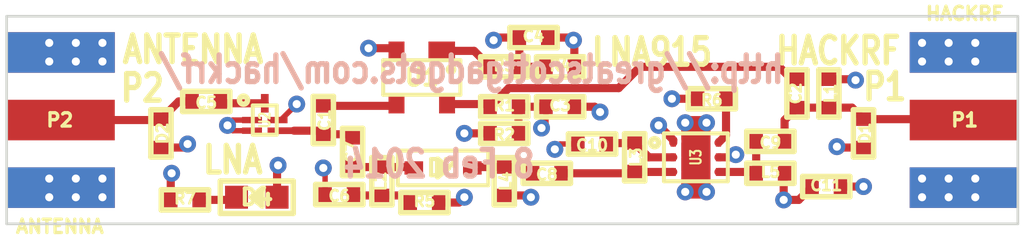
<source format=kicad_pcb>
(kicad_pcb (version 3) (host pcbnew "(2013-07-24 BZR 4024)-stable")

  (general
    (links 95)
    (no_connects 6)
    (area 124.5976 95.137423 163.4024 104.862577)
    (thickness 1.6)
    (drawings 14)
    (tracks 143)
    (zones 0)
    (modules 32)
    (nets 18)
  )

  (page A4)
  (layers
    (15 C1F signal)
    (2 C2 power)
    (1 C3 power)
    (0 C4B signal)
    (16 B.Adhes user)
    (17 F.Adhes user)
    (18 B.Paste user)
    (19 F.Paste user)
    (20 B.SilkS user)
    (21 F.SilkS user)
    (22 B.Mask user)
    (23 F.Mask user)
    (25 Cmts.User user)
    (28 Edge.Cuts user)
  )

  (setup
    (last_trace_width 0.1524)
    (user_trace_width 0.2032)
    (user_trace_width 0.254)
    (user_trace_width 0.3048)
    (trace_clearance 0.1524)
    (zone_clearance 0.254)
    (zone_45_only no)
    (trace_min 0.1524)
    (segment_width 0.2)
    (edge_width 0.1)
    (via_size 0.635)
    (via_drill 0.3048)
    (via_min_size 0.4572)
    (via_min_drill 0.254)
    (uvia_size 0.508)
    (uvia_drill 0.127)
    (uvias_allowed no)
    (uvia_min_size 0.4572)
    (uvia_min_drill 0.127)
    (pcb_text_width 0.3)
    (pcb_text_size 1.5 1.5)
    (mod_edge_width 0.15)
    (mod_text_size 1 1)
    (mod_text_width 0.15)
    (pad_size 0.762 0.762)
    (pad_drill 0.3048)
    (pad_to_mask_clearance 0.003)
    (pad_to_paste_clearance_ratio -0.12)
    (aux_axis_origin 0 0)
    (visible_elements FFFFFBBF)
    (pcbplotparams
      (layerselection 284721159)
      (usegerberextensions true)
      (excludeedgelayer true)
      (linewidth 0.150000)
      (plotframeref false)
      (viasonmask false)
      (mode 1)
      (useauxorigin false)
      (hpglpennumber 1)
      (hpglpenspeed 20)
      (hpglpendiameter 15)
      (hpglpenoverlay 2)
      (psnegative false)
      (psa4output false)
      (plotreference false)
      (plotvalue false)
      (plotothertext true)
      (plotinvisibletext false)
      (padsonsilk false)
      (subtractmaskfromsilk false)
      (outputformat 1)
      (mirror false)
      (drillshape 0)
      (scaleselection 1)
      (outputdirectory gerbers))
  )

  (net 0 "")
  (net 1 GND)
  (net 2 N-000001)
  (net 3 N-0000010)
  (net 4 N-0000011)
  (net 5 N-0000012)
  (net 6 N-0000013)
  (net 7 N-0000014)
  (net 8 N-0000015)
  (net 9 N-0000016)
  (net 10 N-0000017)
  (net 11 N-000004)
  (net 12 N-000005)
  (net 13 N-000006)
  (net 14 N-000007)
  (net 15 N-000008)
  (net 16 N-000009)
  (net 17 VCC)

  (net_class Default "This is the default net class."
    (clearance 0.1524)
    (trace_width 0.1524)
    (via_dia 0.635)
    (via_drill 0.3048)
    (uvia_dia 0.508)
    (uvia_drill 0.127)
    (add_net "")
    (add_net GND)
    (add_net N-000001)
    (add_net N-0000010)
    (add_net N-0000011)
    (add_net N-0000012)
    (add_net N-0000013)
    (add_net N-0000014)
    (add_net N-0000015)
    (add_net N-0000016)
    (add_net N-0000017)
    (add_net N-000004)
    (add_net N-000005)
    (add_net N-000006)
    (add_net N-000007)
    (add_net N-000008)
    (add_net N-000009)
    (add_net VCC)
  )

  (module GSG-SOD323 (layer C1F) (tedit 52F6A9EE) (tstamp 52F6BFBE)
    (at 141.4 101.8)
    (path /52F440C5)
    (solder_mask_margin 0.1016)
    (fp_text reference D3 (at 0 0) (layer F.SilkS)
      (effects (font (size 0.6096 0.6096) (thickness 0.1524)))
    )
    (fp_text value PIN (at 0 0) (layer F.SilkS) hide
      (effects (font (size 0.6096 0.6096) (thickness 0.1524)))
    )
    (fp_line (start -1.7 -0.65) (end 1.7 -0.65) (layer F.SilkS) (width 0.15))
    (fp_line (start 1.7 -0.65) (end 1.7 0.65) (layer F.SilkS) (width 0.15))
    (fp_line (start 1.7 0.65) (end -1.7 0.65) (layer F.SilkS) (width 0.15))
    (fp_line (start -1.7 0.65) (end -1.7 -0.65) (layer F.SilkS) (width 0.15))
    (fp_line (start -0.0508 0.0762) (end -0.0508 -0.0762) (layer F.SilkS) (width 0.2032))
    (fp_line (start 0.2032 0) (end -0.2032 -0.3302) (layer F.SilkS) (width 0.2032))
    (fp_line (start -0.2032 -0.3302) (end -0.2032 0.3302) (layer F.SilkS) (width 0.2032))
    (fp_line (start -0.2032 0.3302) (end 0.2032 0) (layer F.SilkS) (width 0.2032))
    (pad 2 smd rect (at 1.1 0) (size 0.7 0.5)
      (layers C1F F.Paste F.Mask)
      (net 13 N-000006)
      (die_length 0.04572)
      (solder_mask_margin 0.1016)
      (clearance 0.1778)
    )
    (pad 1 smd rect (at -1.1 0) (size 0.7 0.5)
      (layers C1F F.Paste F.Mask)
      (net 14 N-000007)
      (die_length 0.08382)
      (solder_mask_margin 0.1016)
      (clearance 0.1778)
    )
  )

  (module GSG-F5Q (layer C1F) (tedit 52F6AFAA) (tstamp 52F6BFDE)
    (at 134.7 100 270)
    (path /52F44412)
    (fp_text reference U2 (at 0 0 270) (layer F.SilkS)
      (effects (font (size 0.39878 0.29972) (thickness 0.07493)))
    )
    (fp_text value SAW (at 0 0 270) (layer F.SilkS) hide
      (effects (font (size 0.39878 0.29972) (thickness 0.0762)))
    )
    (fp_line (start -0.55 -0.45) (end 0.55 -0.45) (layer F.SilkS) (width 0.15))
    (fp_line (start 0.55 -0.45) (end 0.55 0.45) (layer F.SilkS) (width 0.15))
    (fp_line (start 0.55 0.45) (end -0.55 0.45) (layer F.SilkS) (width 0.15))
    (fp_line (start -0.55 0.45) (end -0.55 -0.45) (layer F.SilkS) (width 0.15))
    (fp_circle (center -0.74958 0.8) (end -0.69878 0.8) (layer F.SilkS) (width 0.2032))
    (pad 1 smd rect (at -0.63 0 270) (size 0.7 0.29)
      (layers C1F F.Paste F.Mask)
      (net 4 N-0000011)
      (die_length 3.40614)
    )
    (pad 3 smd rect (at 0.4 0.48 270) (size 0.24 0.75)
      (layers C1F F.Paste F.Mask)
      (net 1 GND)
      (die_length -2147.483648)
    )
    (pad 4 smd rect (at 0.4 -0.48 270) (size 0.24 0.75)
      (layers C1F F.Paste F.Mask)
      (net 16 N-000009)
      (die_length -2147.483648)
    )
    (pad 2 smd rect (at 0 0.48 270) (size 0.24 0.75)
      (layers C1F F.Paste F.Mask)
      (net 1 GND)
      (die_length 3.40614)
    )
    (pad 5 smd rect (at 0 -0.48 270) (size 0.24 0.75)
      (layers C1F F.Paste F.Mask)
      (net 1 GND)
    )
  )

  (module GSG-0603D (layer C1F) (tedit 4CFF3010) (tstamp 52F6BFEC)
    (at 134.4 102.9 180)
    (path /52F51772)
    (solder_mask_margin 0.1016)
    (fp_text reference D4 (at 0 0 180) (layer F.SilkS)
      (effects (font (size 0.6096 0.6096) (thickness 0.1524)))
    )
    (fp_text value LNALED (at 0 0 180) (layer F.SilkS) hide
      (effects (font (size 0.6096 0.6096) (thickness 0.1524)))
    )
    (fp_line (start -0.0508 0.0762) (end -0.0508 -0.0762) (layer F.SilkS) (width 0.2032))
    (fp_line (start 0.2032 0) (end -0.2032 -0.3302) (layer F.SilkS) (width 0.2032))
    (fp_line (start -0.2032 -0.3302) (end -0.2032 0.3302) (layer F.SilkS) (width 0.2032))
    (fp_line (start -0.2032 0.3302) (end 0.2032 0) (layer F.SilkS) (width 0.2032))
    (fp_line (start 1.3716 -0.6096) (end -1.3716 -0.6096) (layer F.SilkS) (width 0.2032))
    (fp_line (start -1.3716 -0.6096) (end -1.3716 0.6096) (layer F.SilkS) (width 0.2032))
    (fp_line (start -1.3716 0.6096) (end 1.3716 0.6096) (layer F.SilkS) (width 0.2032))
    (fp_line (start 1.3716 0.6096) (end 1.3716 -0.6096) (layer F.SilkS) (width 0.2032))
    (pad 2 smd rect (at 0.762 0 180) (size 0.8636 0.8636)
      (layers C1F F.Paste F.Mask)
      (net 15 N-000008)
      (die_length 0.04572)
      (solder_mask_margin 0.1016)
      (clearance 0.1778)
    )
    (pad 1 smd rect (at -0.762 0 180) (size 0.8636 0.8636)
      (layers C1F F.Paste F.Mask)
      (net 17 VCC)
      (die_length 0.08382)
      (solder_mask_margin 0.1016)
      (clearance 0.1778)
    )
  )

  (module GSG-0402 (layer C1F) (tedit 4FB6CFE4) (tstamp 52F6BFF6)
    (at 137.5 102.8)
    (path /52F69BA3)
    (solder_mask_margin 0.1016)
    (fp_text reference C6 (at 0 0.0508) (layer F.SilkS)
      (effects (font (size 0.4064 0.4064) (thickness 0.1016)))
    )
    (fp_text value 1nF (at 0 0.0508) (layer F.SilkS) hide
      (effects (font (size 0.4064 0.4064) (thickness 0.1016)))
    )
    (fp_line (start 0.889 -0.381) (end 0.889 0.381) (layer F.SilkS) (width 0.2032))
    (fp_line (start 0.889 0.381) (end -0.889 0.381) (layer F.SilkS) (width 0.2032))
    (fp_line (start -0.889 0.381) (end -0.889 -0.381) (layer F.SilkS) (width 0.2032))
    (fp_line (start -0.889 -0.381) (end 0.889 -0.381) (layer F.SilkS) (width 0.2032))
    (pad 2 smd rect (at 0.5334 0) (size 0.508 0.5588)
      (layers C1F F.Paste F.Mask)
      (net 3 N-0000010)
      (solder_mask_margin 0.1016)
    )
    (pad 1 smd rect (at -0.5334 0) (size 0.508 0.5588)
      (layers C1F F.Paste F.Mask)
      (net 1 GND)
      (die_length -2147.483648)
      (solder_mask_margin 0.1016)
    )
  )

  (module GSG-0402 (layer C1F) (tedit 4FB6CFE4) (tstamp 52F6C000)
    (at 143.7 100.5)
    (path /52F6A598)
    (solder_mask_margin 0.1016)
    (fp_text reference R2 (at 0 0.0508) (layer F.SilkS)
      (effects (font (size 0.4064 0.4064) (thickness 0.1016)))
    )
    (fp_text value 100k (at 0 0.0508) (layer F.SilkS) hide
      (effects (font (size 0.4064 0.4064) (thickness 0.1016)))
    )
    (fp_line (start 0.889 -0.381) (end 0.889 0.381) (layer F.SilkS) (width 0.2032))
    (fp_line (start 0.889 0.381) (end -0.889 0.381) (layer F.SilkS) (width 0.2032))
    (fp_line (start -0.889 0.381) (end -0.889 -0.381) (layer F.SilkS) (width 0.2032))
    (fp_line (start -0.889 -0.381) (end 0.889 -0.381) (layer F.SilkS) (width 0.2032))
    (pad 2 smd rect (at 0.5334 0) (size 0.508 0.5588)
      (layers C1F F.Paste F.Mask)
      (net 17 VCC)
      (solder_mask_margin 0.1016)
    )
    (pad 1 smd rect (at -0.5334 0) (size 0.508 0.5588)
      (layers C1F F.Paste F.Mask)
      (net 1 GND)
      (die_length -2147.483648)
      (solder_mask_margin 0.1016)
    )
  )

  (module GSG-0402 (layer C1F) (tedit 4FB6CFE4) (tstamp 52F6C00A)
    (at 138 101.2 270)
    (path /52F69E98)
    (solder_mask_margin 0.1016)
    (fp_text reference C7 (at 0 0.0508 270) (layer F.SilkS)
      (effects (font (size 0.4064 0.4064) (thickness 0.1016)))
    )
    (fp_text value 100pF (at 0 0.0508 270) (layer F.SilkS) hide
      (effects (font (size 0.4064 0.4064) (thickness 0.1016)))
    )
    (fp_line (start 0.889 -0.381) (end 0.889 0.381) (layer F.SilkS) (width 0.2032))
    (fp_line (start 0.889 0.381) (end -0.889 0.381) (layer F.SilkS) (width 0.2032))
    (fp_line (start -0.889 0.381) (end -0.889 -0.381) (layer F.SilkS) (width 0.2032))
    (fp_line (start -0.889 -0.381) (end 0.889 -0.381) (layer F.SilkS) (width 0.2032))
    (pad 2 smd rect (at 0.5334 0 270) (size 0.508 0.5588)
      (layers C1F F.Paste F.Mask)
      (net 14 N-000007)
      (solder_mask_margin 0.1016)
    )
    (pad 1 smd rect (at -0.5334 0 270) (size 0.508 0.5588)
      (layers C1F F.Paste F.Mask)
      (net 16 N-000009)
      (die_length -2147.483648)
      (solder_mask_margin 0.1016)
    )
  )

  (module GSG-0402 (layer C1F) (tedit 4FB6CFE4) (tstamp 52F6C014)
    (at 145.3 102)
    (path /52F69EB1)
    (solder_mask_margin 0.1016)
    (fp_text reference C8 (at 0 0.0508) (layer F.SilkS)
      (effects (font (size 0.4064 0.4064) (thickness 0.1016)))
    )
    (fp_text value 100pF (at 0 0.0508) (layer F.SilkS) hide
      (effects (font (size 0.4064 0.4064) (thickness 0.1016)))
    )
    (fp_line (start 0.889 -0.381) (end 0.889 0.381) (layer F.SilkS) (width 0.2032))
    (fp_line (start 0.889 0.381) (end -0.889 0.381) (layer F.SilkS) (width 0.2032))
    (fp_line (start -0.889 0.381) (end -0.889 -0.381) (layer F.SilkS) (width 0.2032))
    (fp_line (start -0.889 -0.381) (end 0.889 -0.381) (layer F.SilkS) (width 0.2032))
    (pad 2 smd rect (at 0.5334 0) (size 0.508 0.5588)
      (layers C1F F.Paste F.Mask)
      (net 9 N-0000016)
      (solder_mask_margin 0.1016)
    )
    (pad 1 smd rect (at -0.5334 0) (size 0.508 0.5588)
      (layers C1F F.Paste F.Mask)
      (net 13 N-000006)
      (die_length -2147.483648)
      (solder_mask_margin 0.1016)
    )
  )

  (module GSG-0402 (layer C1F) (tedit 4FB6CFE4) (tstamp 52F6C01E)
    (at 153.7 100.8)
    (path /52F69EBA)
    (solder_mask_margin 0.1016)
    (fp_text reference C9 (at 0 0.0508) (layer F.SilkS)
      (effects (font (size 0.4064 0.4064) (thickness 0.1016)))
    )
    (fp_text value 100pF (at 0 0.0508) (layer F.SilkS) hide
      (effects (font (size 0.4064 0.4064) (thickness 0.1016)))
    )
    (fp_line (start 0.889 -0.381) (end 0.889 0.381) (layer F.SilkS) (width 0.2032))
    (fp_line (start 0.889 0.381) (end -0.889 0.381) (layer F.SilkS) (width 0.2032))
    (fp_line (start -0.889 0.381) (end -0.889 -0.381) (layer F.SilkS) (width 0.2032))
    (fp_line (start -0.889 -0.381) (end 0.889 -0.381) (layer F.SilkS) (width 0.2032))
    (pad 2 smd rect (at 0.5334 0) (size 0.508 0.5588)
      (layers C1F F.Paste F.Mask)
      (net 7 N-0000014)
      (solder_mask_margin 0.1016)
    )
    (pad 1 smd rect (at -0.5334 0) (size 0.508 0.5588)
      (layers C1F F.Paste F.Mask)
      (net 8 N-0000015)
      (die_length -2147.483648)
      (solder_mask_margin 0.1016)
    )
  )

  (module GSG-0402 (layer C1F) (tedit 4FB6CFE4) (tstamp 52F6C028)
    (at 154.7 99 270)
    (path /52F69EC3)
    (solder_mask_margin 0.1016)
    (fp_text reference C2 (at 0 0.0508 270) (layer F.SilkS)
      (effects (font (size 0.4064 0.4064) (thickness 0.1016)))
    )
    (fp_text value 100pF (at 0 0.0508 270) (layer F.SilkS) hide
      (effects (font (size 0.4064 0.4064) (thickness 0.1016)))
    )
    (fp_line (start 0.889 -0.381) (end 0.889 0.381) (layer F.SilkS) (width 0.2032))
    (fp_line (start 0.889 0.381) (end -0.889 0.381) (layer F.SilkS) (width 0.2032))
    (fp_line (start -0.889 0.381) (end -0.889 -0.381) (layer F.SilkS) (width 0.2032))
    (fp_line (start -0.889 -0.381) (end 0.889 -0.381) (layer F.SilkS) (width 0.2032))
    (pad 2 smd rect (at 0.5334 0 270) (size 0.508 0.5588)
      (layers C1F F.Paste F.Mask)
      (net 7 N-0000014)
      (solder_mask_margin 0.1016)
    )
    (pad 1 smd rect (at -0.5334 0 270) (size 0.508 0.5588)
      (layers C1F F.Paste F.Mask)
      (net 12 N-000005)
      (die_length -2147.483648)
      (solder_mask_margin 0.1016)
    )
  )

  (module GSG-0402 (layer C1F) (tedit 4FB6CFE4) (tstamp 52F6C032)
    (at 136.9 100 90)
    (path /52F69ECC)
    (solder_mask_margin 0.1016)
    (fp_text reference C1 (at 0 0.0508 90) (layer F.SilkS)
      (effects (font (size 0.4064 0.4064) (thickness 0.1016)))
    )
    (fp_text value 100pF (at 0 0.0508 90) (layer F.SilkS) hide
      (effects (font (size 0.4064 0.4064) (thickness 0.1016)))
    )
    (fp_line (start 0.889 -0.381) (end 0.889 0.381) (layer F.SilkS) (width 0.2032))
    (fp_line (start 0.889 0.381) (end -0.889 0.381) (layer F.SilkS) (width 0.2032))
    (fp_line (start -0.889 0.381) (end -0.889 -0.381) (layer F.SilkS) (width 0.2032))
    (fp_line (start -0.889 -0.381) (end 0.889 -0.381) (layer F.SilkS) (width 0.2032))
    (pad 2 smd rect (at 0.5334 0 90) (size 0.508 0.5588)
      (layers C1F F.Paste F.Mask)
      (net 11 N-000004)
      (solder_mask_margin 0.1016)
    )
    (pad 1 smd rect (at -0.5334 0 90) (size 0.508 0.5588)
      (layers C1F F.Paste F.Mask)
      (net 16 N-000009)
      (die_length -2147.483648)
      (solder_mask_margin 0.1016)
    )
  )

  (module GSG-0402 (layer C1F) (tedit 4FB6CFE4) (tstamp 52F6C03C)
    (at 155.8 102.5 180)
    (path /52F69F2A)
    (solder_mask_margin 0.1016)
    (fp_text reference C11 (at 0 0.0508 180) (layer F.SilkS)
      (effects (font (size 0.4064 0.4064) (thickness 0.1016)))
    )
    (fp_text value 1uF (at 0 0.0508 180) (layer F.SilkS) hide
      (effects (font (size 0.4064 0.4064) (thickness 0.1016)))
    )
    (fp_line (start 0.889 -0.381) (end 0.889 0.381) (layer F.SilkS) (width 0.2032))
    (fp_line (start 0.889 0.381) (end -0.889 0.381) (layer F.SilkS) (width 0.2032))
    (fp_line (start -0.889 0.381) (end -0.889 -0.381) (layer F.SilkS) (width 0.2032))
    (fp_line (start -0.889 -0.381) (end 0.889 -0.381) (layer F.SilkS) (width 0.2032))
    (pad 2 smd rect (at 0.5334 0 180) (size 0.508 0.5588)
      (layers C1F F.Paste F.Mask)
      (net 17 VCC)
      (solder_mask_margin 0.1016)
    )
    (pad 1 smd rect (at -0.5334 0 180) (size 0.508 0.5588)
      (layers C1F F.Paste F.Mask)
      (net 1 GND)
      (die_length -2147.483648)
      (solder_mask_margin 0.1016)
    )
  )

  (module GSG-0402 (layer C1F) (tedit 4FB6CFE4) (tstamp 52F6C046)
    (at 130.8 100.5 90)
    (path /52F69FCE)
    (solder_mask_margin 0.1016)
    (fp_text reference D2 (at 0 0.0508 90) (layer F.SilkS)
      (effects (font (size 0.4064 0.4064) (thickness 0.1016)))
    )
    (fp_text value GSG-DIODE-TVS-BI (at 0 0.0508 90) (layer F.SilkS) hide
      (effects (font (size 0.4064 0.4064) (thickness 0.1016)))
    )
    (fp_line (start 0.889 -0.381) (end 0.889 0.381) (layer F.SilkS) (width 0.2032))
    (fp_line (start 0.889 0.381) (end -0.889 0.381) (layer F.SilkS) (width 0.2032))
    (fp_line (start -0.889 0.381) (end -0.889 -0.381) (layer F.SilkS) (width 0.2032))
    (fp_line (start -0.889 -0.381) (end 0.889 -0.381) (layer F.SilkS) (width 0.2032))
    (pad 2 smd rect (at 0.5334 0 90) (size 0.508 0.5588)
      (layers C1F F.Paste F.Mask)
      (net 5 N-0000012)
      (solder_mask_margin 0.1016)
    )
    (pad 1 smd rect (at -0.5334 0 90) (size 0.508 0.5588)
      (layers C1F F.Paste F.Mask)
      (net 1 GND)
      (die_length -2147.483648)
      (solder_mask_margin 0.1016)
    )
  )

  (module GSG-0402 (layer C1F) (tedit 4FB6CFE4) (tstamp 52F6C050)
    (at 140.7 103.1 180)
    (path /52F6A21F)
    (solder_mask_margin 0.1016)
    (fp_text reference R5 (at 0 0.0508 180) (layer F.SilkS)
      (effects (font (size 0.4064 0.4064) (thickness 0.1016)))
    )
    (fp_text value 470 (at 0 0.0508 180) (layer F.SilkS) hide
      (effects (font (size 0.4064 0.4064) (thickness 0.1016)))
    )
    (fp_line (start 0.889 -0.381) (end 0.889 0.381) (layer F.SilkS) (width 0.2032))
    (fp_line (start 0.889 0.381) (end -0.889 0.381) (layer F.SilkS) (width 0.2032))
    (fp_line (start -0.889 0.381) (end -0.889 -0.381) (layer F.SilkS) (width 0.2032))
    (fp_line (start -0.889 -0.381) (end 0.889 -0.381) (layer F.SilkS) (width 0.2032))
    (pad 2 smd rect (at 0.5334 0 180) (size 0.508 0.5588)
      (layers C1F F.Paste F.Mask)
      (net 3 N-0000010)
      (solder_mask_margin 0.1016)
    )
    (pad 1 smd rect (at -0.5334 0 180) (size 0.508 0.5588)
      (layers C1F F.Paste F.Mask)
      (net 17 VCC)
      (die_length -2147.483648)
      (solder_mask_margin 0.1016)
    )
  )

  (module GSG-0402 (layer C1F) (tedit 4FB6CFE4) (tstamp 52F6C05A)
    (at 144.8 96.9 180)
    (path /52F6A3F1)
    (solder_mask_margin 0.1016)
    (fp_text reference C4 (at 0 0.0508 180) (layer F.SilkS)
      (effects (font (size 0.4064 0.4064) (thickness 0.1016)))
    )
    (fp_text value 1nF (at 0 0.0508 180) (layer F.SilkS) hide
      (effects (font (size 0.4064 0.4064) (thickness 0.1016)))
    )
    (fp_line (start 0.889 -0.381) (end 0.889 0.381) (layer F.SilkS) (width 0.2032))
    (fp_line (start 0.889 0.381) (end -0.889 0.381) (layer F.SilkS) (width 0.2032))
    (fp_line (start -0.889 0.381) (end -0.889 -0.381) (layer F.SilkS) (width 0.2032))
    (fp_line (start -0.889 -0.381) (end 0.889 -0.381) (layer F.SilkS) (width 0.2032))
    (pad 2 smd rect (at 0.5334 0 180) (size 0.508 0.5588)
      (layers C1F F.Paste F.Mask)
      (net 17 VCC)
      (solder_mask_margin 0.1016)
    )
    (pad 1 smd rect (at -0.5334 0 180) (size 0.508 0.5588)
      (layers C1F F.Paste F.Mask)
      (net 1 GND)
      (die_length -2147.483648)
      (solder_mask_margin 0.1016)
    )
  )

  (module GSG-0402 (layer C1F) (tedit 4FB6CFE4) (tstamp 52F6D546)
    (at 145.8 99.5 180)
    (path /52F6A40A)
    (solder_mask_margin 0.1016)
    (fp_text reference C3 (at 0 0.0508 180) (layer F.SilkS)
      (effects (font (size 0.4064 0.4064) (thickness 0.1016)))
    )
    (fp_text value 1nF (at 0 0.0508 180) (layer F.SilkS) hide
      (effects (font (size 0.4064 0.4064) (thickness 0.1016)))
    )
    (fp_line (start 0.889 -0.381) (end 0.889 0.381) (layer F.SilkS) (width 0.2032))
    (fp_line (start 0.889 0.381) (end -0.889 0.381) (layer F.SilkS) (width 0.2032))
    (fp_line (start -0.889 0.381) (end -0.889 -0.381) (layer F.SilkS) (width 0.2032))
    (fp_line (start -0.889 -0.381) (end 0.889 -0.381) (layer F.SilkS) (width 0.2032))
    (pad 2 smd rect (at 0.5334 0 180) (size 0.508 0.5588)
      (layers C1F F.Paste F.Mask)
      (net 17 VCC)
      (solder_mask_margin 0.1016)
    )
    (pad 1 smd rect (at -0.5334 0 180) (size 0.508 0.5588)
      (layers C1F F.Paste F.Mask)
      (net 1 GND)
      (die_length -2147.483648)
      (solder_mask_margin 0.1016)
    )
  )

  (module GSG-0402 (layer C1F) (tedit 4FB6CFE4) (tstamp 52F6C06E)
    (at 139.1 102.3 270)
    (path /52F69884)
    (solder_mask_margin 0.1016)
    (fp_text reference L2 (at 0 0.0508 270) (layer F.SilkS)
      (effects (font (size 0.4064 0.4064) (thickness 0.1016)))
    )
    (fp_text value 39nH (at 0 0.0508 270) (layer F.SilkS) hide
      (effects (font (size 0.4064 0.4064) (thickness 0.1016)))
    )
    (fp_line (start 0.889 -0.381) (end 0.889 0.381) (layer F.SilkS) (width 0.2032))
    (fp_line (start 0.889 0.381) (end -0.889 0.381) (layer F.SilkS) (width 0.2032))
    (fp_line (start -0.889 0.381) (end -0.889 -0.381) (layer F.SilkS) (width 0.2032))
    (fp_line (start -0.889 -0.381) (end 0.889 -0.381) (layer F.SilkS) (width 0.2032))
    (pad 2 smd rect (at 0.5334 0 270) (size 0.508 0.5588)
      (layers C1F F.Paste F.Mask)
      (net 3 N-0000010)
      (solder_mask_margin 0.1016)
    )
    (pad 1 smd rect (at -0.5334 0 270) (size 0.508 0.5588)
      (layers C1F F.Paste F.Mask)
      (net 14 N-000007)
      (die_length -2147.483648)
      (solder_mask_margin 0.1016)
    )
  )

  (module GSG-0402 (layer C1F) (tedit 4FB6CFE4) (tstamp 52F6C078)
    (at 143.7 102.3 90)
    (path /52F6975B)
    (solder_mask_margin 0.1016)
    (fp_text reference L4 (at 0 0.0508 90) (layer F.SilkS)
      (effects (font (size 0.4064 0.4064) (thickness 0.1016)))
    )
    (fp_text value 39nH (at 0 0.0508 90) (layer F.SilkS) hide
      (effects (font (size 0.4064 0.4064) (thickness 0.1016)))
    )
    (fp_line (start 0.889 -0.381) (end 0.889 0.381) (layer F.SilkS) (width 0.2032))
    (fp_line (start 0.889 0.381) (end -0.889 0.381) (layer F.SilkS) (width 0.2032))
    (fp_line (start -0.889 0.381) (end -0.889 -0.381) (layer F.SilkS) (width 0.2032))
    (fp_line (start -0.889 -0.381) (end 0.889 -0.381) (layer F.SilkS) (width 0.2032))
    (pad 2 smd rect (at 0.5334 0 90) (size 0.508 0.5588)
      (layers C1F F.Paste F.Mask)
      (net 13 N-000006)
      (solder_mask_margin 0.1016)
    )
    (pad 1 smd rect (at -0.5334 0 90) (size 0.508 0.5588)
      (layers C1F F.Paste F.Mask)
      (net 1 GND)
      (die_length -2147.483648)
      (solder_mask_margin 0.1016)
    )
  )

  (module GSG-0402 (layer C1F) (tedit 4FB6CFE4) (tstamp 52F6D5E2)
    (at 145.8 98 180)
    (path /52F69223)
    (solder_mask_margin 0.1016)
    (fp_text reference R4 (at 0 0.0508 180) (layer F.SilkS)
      (effects (font (size 0.4064 0.4064) (thickness 0.1016)))
    )
    (fp_text value 100k (at 0 0.0508 180) (layer F.SilkS) hide
      (effects (font (size 0.4064 0.4064) (thickness 0.1016)))
    )
    (fp_line (start 0.889 -0.381) (end 0.889 0.381) (layer F.SilkS) (width 0.2032))
    (fp_line (start 0.889 0.381) (end -0.889 0.381) (layer F.SilkS) (width 0.2032))
    (fp_line (start -0.889 0.381) (end -0.889 -0.381) (layer F.SilkS) (width 0.2032))
    (fp_line (start -0.889 -0.381) (end 0.889 -0.381) (layer F.SilkS) (width 0.2032))
    (pad 2 smd rect (at 0.5334 0 180) (size 0.508 0.5588)
      (layers C1F F.Paste F.Mask)
      (net 17 VCC)
      (solder_mask_margin 0.1016)
    )
    (pad 1 smd rect (at -0.5334 0 180) (size 0.508 0.5588)
      (layers C1F F.Paste F.Mask)
      (net 1 GND)
      (die_length -2147.483648)
      (solder_mask_margin 0.1016)
    )
  )

  (module GSG-0402 (layer C1F) (tedit 4FB6CFE4) (tstamp 52F6C08C)
    (at 143.7 98 180)
    (path /52F6921D)
    (solder_mask_margin 0.1016)
    (fp_text reference R3 (at 0 0.0508 180) (layer F.SilkS)
      (effects (font (size 0.4064 0.4064) (thickness 0.1016)))
    )
    (fp_text value 4k7 (at 0 0.0508 180) (layer F.SilkS) hide
      (effects (font (size 0.4064 0.4064) (thickness 0.1016)))
    )
    (fp_line (start 0.889 -0.381) (end 0.889 0.381) (layer F.SilkS) (width 0.2032))
    (fp_line (start 0.889 0.381) (end -0.889 0.381) (layer F.SilkS) (width 0.2032))
    (fp_line (start -0.889 0.381) (end -0.889 -0.381) (layer F.SilkS) (width 0.2032))
    (fp_line (start -0.889 -0.381) (end 0.889 -0.381) (layer F.SilkS) (width 0.2032))
    (pad 2 smd rect (at 0.5334 0 180) (size 0.508 0.5588)
      (layers C1F F.Paste F.Mask)
      (net 2 N-000001)
      (solder_mask_margin 0.1016)
    )
    (pad 1 smd rect (at -0.5334 0 180) (size 0.508 0.5588)
      (layers C1F F.Paste F.Mask)
      (net 17 VCC)
      (die_length -2147.483648)
      (solder_mask_margin 0.1016)
    )
  )

  (module GSG-0402 (layer C1F) (tedit 4FB6CFE4) (tstamp 52F6C096)
    (at 143.7 99.5 180)
    (path /52F6905B)
    (solder_mask_margin 0.1016)
    (fp_text reference R1 (at 0 0.0508 180) (layer F.SilkS)
      (effects (font (size 0.4064 0.4064) (thickness 0.1016)))
    )
    (fp_text value 47k (at 0 0.0508 180) (layer F.SilkS) hide
      (effects (font (size 0.4064 0.4064) (thickness 0.1016)))
    )
    (fp_line (start 0.889 -0.381) (end 0.889 0.381) (layer F.SilkS) (width 0.2032))
    (fp_line (start 0.889 0.381) (end -0.889 0.381) (layer F.SilkS) (width 0.2032))
    (fp_line (start -0.889 0.381) (end -0.889 -0.381) (layer F.SilkS) (width 0.2032))
    (fp_line (start -0.889 -0.381) (end 0.889 -0.381) (layer F.SilkS) (width 0.2032))
    (pad 2 smd rect (at 0.5334 0 180) (size 0.508 0.5588)
      (layers C1F F.Paste F.Mask)
      (net 12 N-000005)
      (solder_mask_margin 0.1016)
    )
    (pad 1 smd rect (at -0.5334 0 180) (size 0.508 0.5588)
      (layers C1F F.Paste F.Mask)
      (net 17 VCC)
      (die_length -2147.483648)
      (solder_mask_margin 0.1016)
    )
  )

  (module GSG-0402 (layer C1F) (tedit 4FB6CFE4) (tstamp 52F6C0A0)
    (at 131.7 103 180)
    (path /52F68CBB)
    (solder_mask_margin 0.1016)
    (fp_text reference R7 (at 0 0.0508 180) (layer F.SilkS)
      (effects (font (size 0.4064 0.4064) (thickness 0.1016)))
    )
    (fp_text value 470 (at 0 0.0508 180) (layer F.SilkS) hide
      (effects (font (size 0.4064 0.4064) (thickness 0.1016)))
    )
    (fp_line (start 0.889 -0.381) (end 0.889 0.381) (layer F.SilkS) (width 0.2032))
    (fp_line (start 0.889 0.381) (end -0.889 0.381) (layer F.SilkS) (width 0.2032))
    (fp_line (start -0.889 0.381) (end -0.889 -0.381) (layer F.SilkS) (width 0.2032))
    (fp_line (start -0.889 -0.381) (end 0.889 -0.381) (layer F.SilkS) (width 0.2032))
    (pad 2 smd rect (at 0.5334 0 180) (size 0.508 0.5588)
      (layers C1F F.Paste F.Mask)
      (net 1 GND)
      (solder_mask_margin 0.1016)
    )
    (pad 1 smd rect (at -0.5334 0 180) (size 0.508 0.5588)
      (layers C1F F.Paste F.Mask)
      (net 15 N-000008)
      (die_length -2147.483648)
      (solder_mask_margin 0.1016)
    )
  )

  (module GSG-0402 (layer C1F) (tedit 4FB6CFE4) (tstamp 52F6C0AA)
    (at 155.9 99 90)
    (path /52F68C64)
    (solder_mask_margin 0.1016)
    (fp_text reference L1 (at 0 0.0508 90) (layer F.SilkS)
      (effects (font (size 0.4064 0.4064) (thickness 0.1016)))
    )
    (fp_text value 39nH (at 0 0.0508 90) (layer F.SilkS) hide
      (effects (font (size 0.4064 0.4064) (thickness 0.1016)))
    )
    (fp_line (start 0.889 -0.381) (end 0.889 0.381) (layer F.SilkS) (width 0.2032))
    (fp_line (start 0.889 0.381) (end -0.889 0.381) (layer F.SilkS) (width 0.2032))
    (fp_line (start -0.889 0.381) (end -0.889 -0.381) (layer F.SilkS) (width 0.2032))
    (fp_line (start -0.889 -0.381) (end 0.889 -0.381) (layer F.SilkS) (width 0.2032))
    (pad 2 smd rect (at 0.5334 0 90) (size 0.508 0.5588)
      (layers C1F F.Paste F.Mask)
      (net 17 VCC)
      (solder_mask_margin 0.1016)
    )
    (pad 1 smd rect (at -0.5334 0 90) (size 0.508 0.5588)
      (layers C1F F.Paste F.Mask)
      (net 7 N-0000014)
      (die_length -2147.483648)
      (solder_mask_margin 0.1016)
    )
  )

  (module GSG-0402 (layer C1F) (tedit 4FB6CFE4) (tstamp 52F6C0B4)
    (at 148.6 101.4 90)
    (path /52F68C24)
    (solder_mask_margin 0.1016)
    (fp_text reference L3 (at 0 0.0508 90) (layer F.SilkS)
      (effects (font (size 0.4064 0.4064) (thickness 0.1016)))
    )
    (fp_text value 39nH (at 0 0.0508 90) (layer F.SilkS) hide
      (effects (font (size 0.4064 0.4064) (thickness 0.1016)))
    )
    (fp_line (start 0.889 -0.381) (end 0.889 0.381) (layer F.SilkS) (width 0.2032))
    (fp_line (start 0.889 0.381) (end -0.889 0.381) (layer F.SilkS) (width 0.2032))
    (fp_line (start -0.889 0.381) (end -0.889 -0.381) (layer F.SilkS) (width 0.2032))
    (fp_line (start -0.889 -0.381) (end 0.889 -0.381) (layer F.SilkS) (width 0.2032))
    (pad 2 smd rect (at 0.5334 0 90) (size 0.508 0.5588)
      (layers C1F F.Paste F.Mask)
      (net 10 N-0000017)
      (solder_mask_margin 0.1016)
    )
    (pad 1 smd rect (at -0.5334 0 90) (size 0.508 0.5588)
      (layers C1F F.Paste F.Mask)
      (net 9 N-0000016)
      (die_length -2147.483648)
      (solder_mask_margin 0.1016)
    )
  )

  (module GSG-0402 (layer C1F) (tedit 4FB6CFE4) (tstamp 52F6C0BE)
    (at 147 100.9)
    (path /52F68A00)
    (solder_mask_margin 0.1016)
    (fp_text reference C10 (at 0 0.0508) (layer F.SilkS)
      (effects (font (size 0.4064 0.4064) (thickness 0.1016)))
    )
    (fp_text value 1uF (at 0 0.0508) (layer F.SilkS) hide
      (effects (font (size 0.4064 0.4064) (thickness 0.1016)))
    )
    (fp_line (start 0.889 -0.381) (end 0.889 0.381) (layer F.SilkS) (width 0.2032))
    (fp_line (start 0.889 0.381) (end -0.889 0.381) (layer F.SilkS) (width 0.2032))
    (fp_line (start -0.889 0.381) (end -0.889 -0.381) (layer F.SilkS) (width 0.2032))
    (fp_line (start -0.889 -0.381) (end 0.889 -0.381) (layer F.SilkS) (width 0.2032))
    (pad 2 smd rect (at 0.5334 0) (size 0.508 0.5588)
      (layers C1F F.Paste F.Mask)
      (net 10 N-0000017)
      (solder_mask_margin 0.1016)
    )
    (pad 1 smd rect (at -0.5334 0) (size 0.508 0.5588)
      (layers C1F F.Paste F.Mask)
      (net 1 GND)
      (die_length -2147.483648)
      (solder_mask_margin 0.1016)
    )
  )

  (module GSG-0402 (layer C1F) (tedit 4FB6CFE4) (tstamp 52F6C0C8)
    (at 153.7 102 180)
    (path /52F688CD)
    (solder_mask_margin 0.1016)
    (fp_text reference L5 (at 0 0.0508 180) (layer F.SilkS)
      (effects (font (size 0.4064 0.4064) (thickness 0.1016)))
    )
    (fp_text value 39nH (at 0 0.0508 180) (layer F.SilkS) hide
      (effects (font (size 0.4064 0.4064) (thickness 0.1016)))
    )
    (fp_line (start 0.889 -0.381) (end 0.889 0.381) (layer F.SilkS) (width 0.2032))
    (fp_line (start 0.889 0.381) (end -0.889 0.381) (layer F.SilkS) (width 0.2032))
    (fp_line (start -0.889 0.381) (end -0.889 -0.381) (layer F.SilkS) (width 0.2032))
    (fp_line (start -0.889 -0.381) (end 0.889 -0.381) (layer F.SilkS) (width 0.2032))
    (pad 2 smd rect (at 0.5334 0 180) (size 0.508 0.5588)
      (layers C1F F.Paste F.Mask)
      (net 8 N-0000015)
      (solder_mask_margin 0.1016)
    )
    (pad 1 smd rect (at -0.5334 0 180) (size 0.508 0.5588)
      (layers C1F F.Paste F.Mask)
      (net 17 VCC)
      (die_length -2147.483648)
      (solder_mask_margin 0.1016)
    )
  )

  (module GSG-0402 (layer C1F) (tedit 4FB6CFE4) (tstamp 52F6C0D2)
    (at 151.5 99.2)
    (path /52F68800)
    (solder_mask_margin 0.1016)
    (fp_text reference R6 (at 0 0.0508) (layer F.SilkS)
      (effects (font (size 0.4064 0.4064) (thickness 0.1016)))
    )
    (fp_text value 3k (at 0 0.0508) (layer F.SilkS) hide
      (effects (font (size 0.4064 0.4064) (thickness 0.1016)))
    )
    (fp_line (start 0.889 -0.381) (end 0.889 0.381) (layer F.SilkS) (width 0.2032))
    (fp_line (start 0.889 0.381) (end -0.889 0.381) (layer F.SilkS) (width 0.2032))
    (fp_line (start -0.889 0.381) (end -0.889 -0.381) (layer F.SilkS) (width 0.2032))
    (fp_line (start -0.889 -0.381) (end 0.889 -0.381) (layer F.SilkS) (width 0.2032))
    (pad 2 smd rect (at 0.5334 0) (size 0.508 0.5588)
      (layers C1F F.Paste F.Mask)
      (net 6 N-0000013)
      (solder_mask_margin 0.1016)
    )
    (pad 1 smd rect (at -0.5334 0) (size 0.508 0.5588)
      (layers C1F F.Paste F.Mask)
      (net 17 VCC)
      (die_length -2147.483648)
      (solder_mask_margin 0.1016)
    )
  )

  (module GSG-0402 (layer C1F) (tedit 4FB6CFE4) (tstamp 52F6C0DC)
    (at 132.5 99.3)
    (path /52F44170)
    (solder_mask_margin 0.1016)
    (fp_text reference C5 (at 0 0.0508) (layer F.SilkS)
      (effects (font (size 0.4064 0.4064) (thickness 0.1016)))
    )
    (fp_text value 100pF (at 0 0.0508) (layer F.SilkS) hide
      (effects (font (size 0.4064 0.4064) (thickness 0.1016)))
    )
    (fp_line (start 0.889 -0.381) (end 0.889 0.381) (layer F.SilkS) (width 0.2032))
    (fp_line (start 0.889 0.381) (end -0.889 0.381) (layer F.SilkS) (width 0.2032))
    (fp_line (start -0.889 0.381) (end -0.889 -0.381) (layer F.SilkS) (width 0.2032))
    (fp_line (start -0.889 -0.381) (end 0.889 -0.381) (layer F.SilkS) (width 0.2032))
    (pad 2 smd rect (at 0.5334 0) (size 0.508 0.5588)
      (layers C1F F.Paste F.Mask)
      (net 4 N-0000011)
      (solder_mask_margin 0.1016)
    )
    (pad 1 smd rect (at -0.5334 0) (size 0.508 0.5588)
      (layers C1F F.Paste F.Mask)
      (net 5 N-0000012)
      (die_length -2147.483648)
      (solder_mask_margin 0.1016)
    )
  )

  (module GSG-0402 (layer C1F) (tedit 4FB6CFE4) (tstamp 52F6C0E6)
    (at 157.2 100.5 90)
    (path /52F44107)
    (solder_mask_margin 0.1016)
    (fp_text reference D1 (at 0 0.0508 90) (layer F.SilkS)
      (effects (font (size 0.4064 0.4064) (thickness 0.1016)))
    )
    (fp_text value GSG-DIODE-TVS-BI (at 0 0.0508 90) (layer F.SilkS) hide
      (effects (font (size 0.4064 0.4064) (thickness 0.1016)))
    )
    (fp_line (start 0.889 -0.381) (end 0.889 0.381) (layer F.SilkS) (width 0.2032))
    (fp_line (start 0.889 0.381) (end -0.889 0.381) (layer F.SilkS) (width 0.2032))
    (fp_line (start -0.889 0.381) (end -0.889 -0.381) (layer F.SilkS) (width 0.2032))
    (fp_line (start -0.889 -0.381) (end 0.889 -0.381) (layer F.SilkS) (width 0.2032))
    (pad 2 smd rect (at 0.5334 0 90) (size 0.508 0.5588)
      (layers C1F F.Paste F.Mask)
      (net 7 N-0000014)
      (solder_mask_margin 0.1016)
    )
    (pad 1 smd rect (at -0.5334 0 90) (size 0.508 0.5588)
      (layers C1F F.Paste F.Mask)
      (net 1 GND)
      (die_length -2147.483648)
      (solder_mask_margin 0.1016)
    )
  )

  (module GSG-SOT143 (layer C1F) (tedit 52F6BF63) (tstamp 52F6BF98)
    (at 140.6 98.4 180)
    (path /52F68FC4)
    (solder_mask_margin 0.1016)
    (fp_text reference U1 (at 0 0 180) (layer F.SilkS)
      (effects (font (size 0.6096 0.6096) (thickness 0.1524)))
    )
    (fp_text value SWITCH (at 0 0 180) (layer F.SilkS) hide
      (effects (font (size 0.6096 0.6096) (thickness 0.1524)))
    )
    (fp_circle (center -1.1 0.3) (end -1.15 0.3) (layer F.SilkS) (width 0.15))
    (fp_line (start -1.45 -0.65) (end 1.45 -0.65) (layer F.SilkS) (width 0.15))
    (fp_line (start 1.45 -0.65) (end 1.45 0.65) (layer F.SilkS) (width 0.15))
    (fp_line (start 1.45 0.65) (end -1.45 0.65) (layer F.SilkS) (width 0.15))
    (fp_line (start -1.45 0.65) (end -1.45 -0.65) (layer F.SilkS) (width 0.15))
    (pad 2 smd rect (at 0.95 1 180) (size 0.6 0.7)
      (layers C1F F.Paste F.Mask)
      (net 1 GND)
      (die_length 0.04572)
      (solder_mask_margin 0.1016)
      (clearance 0.1778)
    )
    (pad 1 smd rect (at -0.75 1 180) (size 1 0.7)
      (layers C1F F.Paste F.Mask)
      (net 2 N-000001)
      (die_length 0.08382)
      (solder_mask_margin 0.1016)
      (clearance 0.1778)
    )
    (pad 3 smd rect (at 0.95 -1 180) (size 0.6 0.7)
      (layers C1F F.Paste F.Mask)
      (net 11 N-000004)
    )
    (pad 4 smd rect (at -0.95 -1 180) (size 0.6 0.7)
      (layers C1F F.Paste F.Mask)
      (net 12 N-000005)
    )
  )

  (module GSG-TSLP-7-1 (layer C1F) (tedit 52F6B3C4) (tstamp 52F6BFB0)
    (at 150.9 101.4 270)
    (path /52F68792)
    (fp_text reference U3 (at 0 0 270) (layer F.SilkS)
      (effects (font (size 0.39878 0.29972) (thickness 0.07493)))
    )
    (fp_text value LNA (at 0 0 270) (layer F.SilkS) hide
      (effects (font (size 0.39878 0.29972) (thickness 0.0762)))
    )
    (fp_line (start -0.9 -1.2) (end 0.9 -1.2) (layer F.SilkS) (width 0.15))
    (fp_line (start 0.9 -1.2) (end 0.9 1.2) (layer F.SilkS) (width 0.15))
    (fp_line (start 0.9 1.2) (end -0.9 1.2) (layer F.SilkS) (width 0.15))
    (fp_line (start -0.9 1.2) (end -0.9 -1.2) (layer F.SilkS) (width 0.15))
    (fp_circle (center -0.54958 1.55) (end -0.49878 1.55) (layer F.SilkS) (width 0.2032))
    (pad 1 smd rect (at -0.55 0.85 270) (size 0.3 0.2)
      (layers C1F F.Paste F.Mask)
      (net 17 VCC)
      (die_length 3.40614)
    )
    (pad 2 smd rect (at 0 0.85 270) (size 0.3 0.2)
      (layers C1F F.Paste F.Mask)
      (net 10 N-0000017)
    )
    (pad 3 smd rect (at 0.55 0.85 270) (size 0.3 0.2)
      (layers C1F F.Paste F.Mask)
      (net 9 N-0000016)
    )
    (pad 4 smd rect (at 0.55 -0.85 270) (size 0.3 0.2)
      (layers C1F F.Paste F.Mask)
      (net 8 N-0000015)
    )
    (pad 5 smd rect (at 0 -0.85 270) (size 0.3 0.2)
      (layers C1F F.Paste F.Mask)
      (net 17 VCC)
    )
    (pad 6 smd rect (at -0.55 -0.85 270) (size 0.3 0.2)
      (layers C1F F.Paste F.Mask)
      (net 6 N-0000013)
    )
    (pad 7 smd rect (at -0.55 0 270) (size 0.3 0.2)
      (layers C1F F.Paste F.Mask)
      (net 1 GND)
    )
    (pad 7 smd rect (at 0 0 270) (size 0.3 0.2)
      (layers C1F F.Paste F.Mask)
      (net 1 GND)
    )
    (pad 7 smd rect (at 0.55 0 270) (size 0.3 0.2)
      (layers C1F F.Paste F.Mask)
      (net 1 GND)
    )
    (pad 7 smd rect (at -0.55 -0.425 270) (size 0.3 0.2)
      (layers C1F F.Paste F.Mask)
      (net 1 GND)
    )
    (pad 7 smd rect (at 0 -0.425 270) (size 0.3 0.2)
      (layers C1F F.Paste F.Mask)
      (net 1 GND)
    )
    (pad 7 smd rect (at 0.55 -0.425 270) (size 0.3 0.2)
      (layers C1F F.Paste F.Mask)
      (net 1 GND)
    )
    (pad 7 smd rect (at 0.55 0.425 270) (size 0.3 0.2)
      (layers C1F F.Paste F.Mask)
      (net 1 GND)
    )
    (pad 7 smd rect (at 0 0.425 270) (size 0.3 0.2)
      (layers C1F F.Paste F.Mask)
      (net 1 GND)
    )
    (pad 7 smd rect (at -0.55 0.425 270) (size 0.3 0.2)
      (layers C1F F.Paste F.Mask)
      (net 1 GND)
    )
  )

  (module GSG-SMA-EDGE (layer C1F) (tedit 52F6E1D6) (tstamp 52F6BFD0)
    (at 125 100)
    (path /52F6A116)
    (fp_text reference P2 (at 1.99898 0) (layer F.SilkS)
      (effects (font (size 0.50038 0.50038) (thickness 0.12446)))
    )
    (fp_text value ANTENNA (at 1.99898 4.0005) (layer F.SilkS)
      (effects (font (size 0.50038 0.50038) (thickness 0.12446)))
    )
    (pad 1 smd rect (at 2.032 0) (size 4.064 1.524)
      (layers C1F F.Mask)
      (net 5 N-0000012)
      (die_length -2147.483648)
    )
    (pad 2 smd rect (at 2.032 -2.54) (size 4.064 1.524)
      (layers C1F F.Mask)
      (net 1 GND)
    )
    (pad 2 smd rect (at 2.032 2.54) (size 4.064 1.524)
      (layers C4B B.Mask)
      (net 1 GND)
      (die_length 509.13792)
    )
    (pad 2 smd rect (at 2.032 -2.54) (size 4.064 1.524)
      (layers C4B B.Mask)
      (net 1 GND)
    )
    (pad 2 smd rect (at 2.032 2.54) (size 4.064 1.524)
      (layers C1F F.Mask)
      (net 1 GND)
      (die_length 483.12832)
    )
    (pad 2 thru_hole circle (at 3.6 -2.2) (size 0.762 0.762) (drill 0.3048)
      (layers *.Cu *.Mask)
      (net 1 GND)
    )
    (pad 2 thru_hole circle (at 3.6 -2.9) (size 0.762 0.762) (drill 0.3048)
      (layers *.Cu *.Mask)
      (net 1 GND)
    )
    (pad 2 thru_hole circle (at 2.6 -2.2) (size 0.762 0.762) (drill 0.3048)
      (layers *.Cu *.Mask)
      (net 1 GND)
    )
    (pad 2 thru_hole circle (at 1.6 -2.2) (size 0.762 0.762) (drill 0.3048)
      (layers *.Cu *.Mask)
      (net 1 GND)
    )
    (pad 2 thru_hole circle (at 1.6 -2.9) (size 0.762 0.762) (drill 0.3048)
      (layers *.Cu *.Mask)
      (net 1 GND)
    )
    (pad 2 thru_hole circle (at 2.6 -2.9) (size 0.762 0.762) (drill 0.3048)
      (layers *.Cu *.Mask)
      (net 1 GND)
    )
    (pad 2 thru_hole circle (at 3.6 2.2) (size 0.762 0.762) (drill 0.3048)
      (layers *.Cu *.Mask)
      (net 1 GND)
    )
    (pad 2 thru_hole circle (at 2.6 2.2) (size 0.762 0.762) (drill 0.3048)
      (layers *.Cu *.Mask)
      (net 1 GND)
    )
    (pad 2 thru_hole circle (at 1.6 2.2) (size 0.762 0.762) (drill 0.3048)
      (layers *.Cu *.Mask)
      (net 1 GND)
    )
    (pad 2 thru_hole circle (at 1.6 2.9) (size 0.762 0.762) (drill 0.3048)
      (layers *.Cu *.Mask)
      (net 1 GND)
    )
    (pad 2 thru_hole circle (at 2.6 2.9) (size 0.762 0.762) (drill 0.3048)
      (layers *.Cu *.Mask)
      (net 1 GND)
    )
    (pad 2 thru_hole circle (at 3.6 2.9) (size 0.762 0.762) (drill 0.3048)
      (layers *.Cu *.Mask)
      (net 1 GND)
    )
  )

  (module GSG-SMA-EDGE (layer C1F) (tedit 52F6E1D6) (tstamp 52F6BFC7)
    (at 163 100 180)
    (path /52F440F7)
    (fp_text reference P1 (at 1.99898 0 180) (layer F.SilkS)
      (effects (font (size 0.50038 0.50038) (thickness 0.12446)))
    )
    (fp_text value HACKRF (at 1.99898 4.0005 180) (layer F.SilkS)
      (effects (font (size 0.50038 0.50038) (thickness 0.12446)))
    )
    (pad 1 smd rect (at 2.032 0 180) (size 4.064 1.524)
      (layers C1F F.Mask)
      (net 7 N-0000014)
      (die_length -2147.483648)
    )
    (pad 2 smd rect (at 2.032 -2.54 180) (size 4.064 1.524)
      (layers C1F F.Mask)
      (net 1 GND)
    )
    (pad 2 smd rect (at 2.032 2.54 180) (size 4.064 1.524)
      (layers C4B B.Mask)
      (net 1 GND)
      (die_length 509.13792)
    )
    (pad 2 smd rect (at 2.032 -2.54 180) (size 4.064 1.524)
      (layers C4B B.Mask)
      (net 1 GND)
    )
    (pad 2 smd rect (at 2.032 2.54 180) (size 4.064 1.524)
      (layers C1F F.Mask)
      (net 1 GND)
      (die_length 483.12832)
    )
    (pad 2 thru_hole circle (at 3.6 -2.2 180) (size 0.762 0.762) (drill 0.3048)
      (layers *.Cu *.Mask)
      (net 1 GND)
    )
    (pad 2 thru_hole circle (at 3.6 -2.9 180) (size 0.762 0.762) (drill 0.3048)
      (layers *.Cu *.Mask)
      (net 1 GND)
    )
    (pad 2 thru_hole circle (at 2.6 -2.2 180) (size 0.762 0.762) (drill 0.3048)
      (layers *.Cu *.Mask)
      (net 1 GND)
    )
    (pad 2 thru_hole circle (at 1.6 -2.2 180) (size 0.762 0.762) (drill 0.3048)
      (layers *.Cu *.Mask)
      (net 1 GND)
    )
    (pad 2 thru_hole circle (at 1.6 -2.9 180) (size 0.762 0.762) (drill 0.3048)
      (layers *.Cu *.Mask)
      (net 1 GND)
    )
    (pad 2 thru_hole circle (at 2.6 -2.9 180) (size 0.762 0.762) (drill 0.3048)
      (layers *.Cu *.Mask)
      (net 1 GND)
    )
    (pad 2 thru_hole circle (at 3.6 2.2 180) (size 0.762 0.762) (drill 0.3048)
      (layers *.Cu *.Mask)
      (net 1 GND)
    )
    (pad 2 thru_hole circle (at 2.6 2.2 180) (size 0.762 0.762) (drill 0.3048)
      (layers *.Cu *.Mask)
      (net 1 GND)
    )
    (pad 2 thru_hole circle (at 1.6 2.2 180) (size 0.762 0.762) (drill 0.3048)
      (layers *.Cu *.Mask)
      (net 1 GND)
    )
    (pad 2 thru_hole circle (at 1.6 2.9 180) (size 0.762 0.762) (drill 0.3048)
      (layers *.Cu *.Mask)
      (net 1 GND)
    )
    (pad 2 thru_hole circle (at 2.6 2.9 180) (size 0.762 0.762) (drill 0.3048)
      (layers *.Cu *.Mask)
      (net 1 GND)
    )
    (pad 2 thru_hole circle (at 3.6 2.9 180) (size 0.762 0.762) (drill 0.3048)
      (layers *.Cu *.Mask)
      (net 1 GND)
    )
  )

  (gr_text P2 (at 130.1 98.8) (layer F.SilkS)
    (effects (font (size 1 0.8) (thickness 0.2)))
  )
  (gr_text P1 (at 158 98.75) (layer F.SilkS)
    (effects (font (size 1 0.8) (thickness 0.2)))
  )
  (gr_text http://greatscottgadgets.com/hackrf/ (at 142.45 98.1) (layer B.SilkS)
    (effects (font (size 1 0.8) (thickness 0.2)) (justify mirror))
  )
  (gr_text "8 Feb 2014" (at 141.25 101.65) (layer B.SilkS)
    (effects (font (size 1 0.8) (thickness 0.2)) (justify mirror))
  )
  (gr_text LNA (at 133.5 101.5) (layer F.SilkS)
    (effects (font (size 1 0.8) (thickness 0.2)))
  )
  (gr_text LNA915 (at 149.25 97.45) (layer F.SilkS)
    (effects (font (size 1 0.8) (thickness 0.2)))
  )
  (gr_text HACKRF (at 156.25 97.4) (layer F.SilkS)
    (effects (font (size 1 0.8) (thickness 0.2)))
  )
  (gr_text ANTENNA (at 132 97.35) (layer F.SilkS)
    (effects (font (size 1 0.8) (thickness 0.2)))
  )
  (gr_line (start 125 96.5) (end 163 96.5) (angle 90) (layer Cmts.User) (width 0.2))
  (gr_line (start 125 103.5) (end 163 103.5) (angle 90) (layer Cmts.User) (width 0.2))
  (gr_line (start 163 96.1) (end 125 96.1) (angle 90) (layer Edge.Cuts) (width 0.1))
  (gr_line (start 163 103.9) (end 163 96.1) (angle 90) (layer Edge.Cuts) (width 0.1))
  (gr_line (start 125 103.9) (end 163 103.9) (angle 90) (layer Edge.Cuts) (width 0.1))
  (gr_line (start 125 96.1) (end 125 103.9) (angle 90) (layer Edge.Cuts) (width 0.1))

  (segment (start 156.3334 102.5) (end 157.2 102.5) (width 0.3048) (layer C1F) (net 1))
  (via (at 157.2 102.5) (size 0.635) (layers C1F C4B) (net 1))
  (segment (start 146.4666 100.9) (end 145.8 100.9) (width 0.2032) (layer C1F) (net 1))
  (via (at 145.6 101.1) (size 0.635) (layers C1F C4B) (net 1))
  (segment (start 145.8 100.9) (end 145.6 101.1) (width 0.2032) (layer C1F) (net 1) (tstamp 52F6DEB0))
  (segment (start 150.475 101.95) (end 150.475 102.675) (width 0.2032) (layer C1F) (net 1))
  (via (at 150.5 102.7) (size 0.635) (layers C1F C4B) (net 1))
  (segment (start 150.475 102.675) (end 150.5 102.7) (width 0.2032) (layer C1F) (net 1) (tstamp 52F6DB06))
  (segment (start 151.325 101.95) (end 151.325 102.675) (width 0.2032) (layer C1F) (net 1))
  (via (at 151.3 102.7) (size 0.635) (layers C1F C4B) (net 1))
  (segment (start 151.325 102.675) (end 151.3 102.7) (width 0.2032) (layer C1F) (net 1) (tstamp 52F6DAFE))
  (segment (start 150.475 100.85) (end 150.475 100.125) (width 0.2032) (layer C1F) (net 1))
  (via (at 150.5 100.1) (size 0.635) (layers C1F C4B) (net 1))
  (segment (start 150.475 100.125) (end 150.5 100.1) (width 0.2032) (layer C1F) (net 1) (tstamp 52F6DAF0))
  (segment (start 151.325 100.85) (end 151.325 100.125) (width 0.2032) (layer C1F) (net 1))
  (via (at 151.3 100.1) (size 0.635) (layers C1F C4B) (net 1))
  (segment (start 151.325 100.125) (end 151.3 100.1) (width 0.2032) (layer C1F) (net 1) (tstamp 52F6DAE8))
  (segment (start 146.3334 99.5) (end 147.1 99.5) (width 0.3048) (layer C1F) (net 1))
  (via (at 147.3 99.7) (size 0.635) (layers C1F C4B) (net 1))
  (segment (start 147.1 99.5) (end 147.3 99.7) (width 0.3048) (layer C1F) (net 1) (tstamp 52F6D693))
  (segment (start 134.22 100.4) (end 133.5 100.4) (width 0.2032) (layer C1F) (net 1))
  (segment (start 133.5 100) (end 133.3 100.2) (width 0.2032) (layer C1F) (net 1) (tstamp 52F6DD6B))
  (via (at 133.3 100.2) (size 0.635) (layers C1F C4B) (net 1))
  (segment (start 133.5 100) (end 134.22 100) (width 0.2032) (layer C1F) (net 1))
  (segment (start 133.5 100.4) (end 133.3 100.2) (width 0.2032) (layer C1F) (net 1) (tstamp 52F6DD79))
  (segment (start 135.18 100) (end 135.3 100) (width 0.2032) (layer C1F) (net 1))
  (via (at 135.9 99.4) (size 0.635) (layers C1F C4B) (net 1))
  (segment (start 135.3 100) (end 135.9 99.4) (width 0.2032) (layer C1F) (net 1) (tstamp 52F6DD1C))
  (segment (start 136.9666 102.8) (end 136.9666 101.8666) (width 0.2032) (layer C1F) (net 1))
  (via (at 136.9 101.8) (size 0.635) (layers C1F C4B) (net 1))
  (segment (start 136.9666 101.8666) (end 136.9 101.8) (width 0.2032) (layer C1F) (net 1) (tstamp 52F6DD02))
  (segment (start 157.2 101.0334) (end 156.2334 101.0334) (width 0.3048) (layer C1F) (net 1))
  (via (at 156.2 101) (size 0.635) (layers C1F C4B) (net 1))
  (segment (start 156.2334 101.0334) (end 156.2 101) (width 0.3048) (layer C1F) (net 1) (tstamp 52F6D6DC))
  (segment (start 130.8 101.0334) (end 131.6666 101.0334) (width 0.3048) (layer C1F) (net 1))
  (via (at 131.8 100.9) (size 0.635) (layers C1F C4B) (net 1))
  (segment (start 131.6666 101.0334) (end 131.8 100.9) (width 0.3048) (layer C1F) (net 1) (tstamp 52F6D6BF))
  (segment (start 131.1666 103) (end 131.1666 102.0334) (width 0.3048) (layer C1F) (net 1))
  (via (at 131.2 102) (size 0.635) (layers C1F C4B) (net 1))
  (segment (start 131.1666 102.0334) (end 131.2 102) (width 0.3048) (layer C1F) (net 1) (tstamp 52F6D6BA))
  (segment (start 143.7 102.8334) (end 144.6334 102.8334) (width 0.3048) (layer C1F) (net 1))
  (via (at 144.7 102.9) (size 0.635) (layers C1F C4B) (net 1))
  (segment (start 144.6334 102.8334) (end 144.7 102.9) (width 0.3048) (layer C1F) (net 1) (tstamp 52F6D6A1))
  (segment (start 143.1666 100.5) (end 142.2 100.5) (width 0.3048) (layer C1F) (net 1))
  (via (at 142.2 100.5) (size 0.635) (layers C1F C4B) (net 1))
  (segment (start 146.3334 98) (end 146.3334 97.0334) (width 0.3048) (layer C1F) (net 1))
  (segment (start 146.2 96.9) (end 146.3 97) (width 0.3048) (layer C1F) (net 1) (tstamp 52F6D67E))
  (via (at 146.3 97) (size 0.635) (layers C1F C4B) (net 1))
  (segment (start 146.2 96.9) (end 145.3334 96.9) (width 0.3048) (layer C1F) (net 1))
  (segment (start 146.3334 97.0334) (end 146.3 97) (width 0.3048) (layer C1F) (net 1) (tstamp 52F6D683))
  (segment (start 139.65 97.4) (end 139.55 97.3) (width 0.3048) (layer C1F) (net 1))
  (via (at 138.6 97.3) (size 0.635) (layers C1F C4B) (net 1))
  (segment (start 139.55 97.3) (end 138.6 97.3) (width 0.3048) (layer C1F) (net 1) (tstamp 52F6D66E))
  (segment (start 141.35 97.4) (end 142.5666 97.4) (width 0.3048) (layer C1F) (net 2))
  (segment (start 142.5666 97.4) (end 143.1666 98) (width 0.3048) (layer C1F) (net 2) (tstamp 52F6D672))
  (segment (start 139.1 102.8334) (end 139.9 102.8334) (width 0.3048) (layer C1F) (net 3))
  (segment (start 139.9 102.8334) (end 140.1666 103.1) (width 0.3048) (layer C1F) (net 3) (tstamp 52F6D69A))
  (segment (start 139.1 102.8334) (end 138.0668 102.8334) (width 0.3048) (layer C1F) (net 3))
  (segment (start 138.0668 102.8334) (end 138.0334 102.8) (width 0.3048) (layer C1F) (net 3) (tstamp 52F6D697))
  (segment (start 133.0334 99.3) (end 133.1034 99.37) (width 0.3048) (layer C1F) (net 4))
  (segment (start 133.1034 99.37) (end 134.7 99.37) (width 0.3048) (layer C1F) (net 4) (tstamp 52F6D606))
  (segment (start 130.8 99.9666) (end 131.4666 99.3) (width 0.3048) (layer C1F) (net 5))
  (segment (start 131.4666 99.3) (end 131.9666 99.3) (width 0.3048) (layer C1F) (net 5) (tstamp 52F6D603))
  (segment (start 130.8 99.9666) (end 130.7666 100) (width 0.3048) (layer C1F) (net 5))
  (segment (start 130.7666 100) (end 127.032 100) (width 0.3048) (layer C1F) (net 5) (tstamp 52F6D600))
  (segment (start 151.75 100.85) (end 152.0334 100.5666) (width 0.3048) (layer C1F) (net 6))
  (segment (start 152.0334 100.5666) (end 152.0334 99.2) (width 0.3048) (layer C1F) (net 6) (tstamp 52F6DF78))
  (segment (start 154.7 99.5334) (end 154.2334 100) (width 0.3048) (layer C1F) (net 7))
  (segment (start 154.2334 100) (end 154.2334 100.8) (width 0.3048) (layer C1F) (net 7) (tstamp 52F6DF4D))
  (segment (start 155.9 99.5334) (end 154.7 99.5334) (width 0.3048) (layer C1F) (net 7))
  (segment (start 157.2 99.9666) (end 160.9346 99.9666) (width 0.3048) (layer C1F) (net 7))
  (segment (start 160.9346 99.9666) (end 160.968 100) (width 0.3048) (layer C1F) (net 7) (tstamp 52F6D644))
  (segment (start 155.9 99.5334) (end 156.7668 99.5334) (width 0.3048) (layer C1F) (net 7))
  (segment (start 156.7668 99.5334) (end 157.2 99.9666) (width 0.3048) (layer C1F) (net 7) (tstamp 52F6D641))
  (segment (start 153.1666 102) (end 153.1166 101.95) (width 0.3048) (layer C1F) (net 8))
  (segment (start 153.1166 101.95) (end 151.75 101.95) (width 0.3048) (layer C1F) (net 8) (tstamp 52F6DF54))
  (segment (start 153.1666 100.8) (end 153.1666 102) (width 0.3048) (layer C1F) (net 8))
  (segment (start 150.05 101.95) (end 148.6166 101.95) (width 0.3048) (layer C1F) (net 9))
  (segment (start 148.6166 101.95) (end 148.6 101.9334) (width 0.3048) (layer C1F) (net 9) (tstamp 52F6DF92))
  (segment (start 145.8334 102) (end 148.5334 102) (width 0.3048) (layer C1F) (net 9))
  (segment (start 148.5334 102) (end 148.6 101.9334) (width 0.3048) (layer C1F) (net 9) (tstamp 52F6DF8F))
  (segment (start 148.6 100.8666) (end 147.5668 100.8666) (width 0.3048) (layer C1F) (net 10))
  (segment (start 147.5668 100.8666) (end 147.5334 100.9) (width 0.3048) (layer C1F) (net 10) (tstamp 52F6DF9A))
  (segment (start 150.05 101.4) (end 149.1334 101.4) (width 0.3048) (layer C1F) (net 10))
  (segment (start 149.1334 101.4) (end 148.6 100.8666) (width 0.3048) (layer C1F) (net 10) (tstamp 52F6DF96))
  (segment (start 136.9 99.4666) (end 139.5834 99.4666) (width 0.3048) (layer C1F) (net 11))
  (segment (start 139.5834 99.4666) (end 139.65 99.4) (width 0.3048) (layer C1F) (net 11) (tstamp 52F6D625))
  (segment (start 154.0334 98) (end 154.5 98.4666) (width 0.3048) (layer C1F) (net 12))
  (segment (start 148.8 98) (end 154.0334 98) (width 0.3048) (layer C1F) (net 12) (tstamp 52F6D62D))
  (segment (start 143.1666 99.5) (end 143.8666 98.8) (width 0.3048) (layer C1F) (net 12))
  (segment (start 143.8666 98.8) (end 148 98.8) (width 0.3048) (layer C1F) (net 12) (tstamp 52F6D62B))
  (segment (start 148 98.8) (end 148.8 98) (width 0.3048) (layer C1F) (net 12) (tstamp 52F6D62C))
  (segment (start 154.5 98.4666) (end 154.7 98.4666) (width 0.3048) (layer C1F) (net 12) (tstamp 52F6DF46))
  (segment (start 141.55 99.4) (end 143.0666 99.4) (width 0.3048) (layer C1F) (net 12))
  (segment (start 143.0666 99.4) (end 143.1666 99.5) (width 0.3048) (layer C1F) (net 12) (tstamp 52F6D628))
  (segment (start 143.7 101.7666) (end 144.5332 101.7666) (width 0.3048) (layer C1F) (net 13))
  (segment (start 144.5332 101.7666) (end 144.7666 102) (width 0.3048) (layer C1F) (net 13) (tstamp 52F6DF89))
  (segment (start 143.7 101.7666) (end 142.5334 101.7666) (width 0.3048) (layer C1F) (net 13))
  (segment (start 142.5334 101.7666) (end 142.5 101.8) (width 0.3048) (layer C1F) (net 13) (tstamp 52F6D648))
  (segment (start 139.1 101.7666) (end 140.2666 101.7666) (width 0.3048) (layer C1F) (net 14))
  (segment (start 140.2666 101.7666) (end 140.3 101.8) (width 0.3048) (layer C1F) (net 14) (tstamp 52F6D622))
  (segment (start 139.1 101.7666) (end 138.0332 101.7666) (width 0.3048) (layer C1F) (net 14))
  (segment (start 138.0332 101.7666) (end 138 101.7334) (width 0.3048) (layer C1F) (net 14) (tstamp 52F6D61F))
  (segment (start 132.2334 103) (end 133.538 103) (width 0.3048) (layer C1F) (net 15))
  (segment (start 133.538 103) (end 133.638 102.9) (width 0.3048) (layer C1F) (net 15) (tstamp 52F6D6B2))
  (segment (start 136.9 100.5334) (end 137.8668 100.5334) (width 0.3048) (layer C1F) (net 16))
  (segment (start 137.8668 100.5334) (end 138 100.6666) (width 0.3048) (layer C1F) (net 16) (tstamp 52F6D615))
  (segment (start 135.18 100.4) (end 135.8 100.4) (width 0.254) (layer C1F) (net 16))
  (segment (start 136.7666 100.4) (end 136.9 100.5334) (width 0.3048) (layer C1F) (net 16))
  (segment (start 136.7666 100.4) (end 135.8 100.4) (width 0.3048) (layer C1F) (net 16) (tstamp 52F6D60C))
  (segment (start 150.05 100.85) (end 150.05 100.75) (width 0.3048) (layer C1F) (net 17))
  (via (at 149.5 100.2) (size 0.635) (layers C1F C4B) (net 17))
  (segment (start 150.05 100.75) (end 149.5 100.2) (width 0.3048) (layer C1F) (net 17) (tstamp 52F6DFAF))
  (segment (start 151.75 101.4) (end 152.3 101.4) (width 0.3048) (layer C1F) (net 17))
  (via (at 152.4 101.3) (size 0.635) (layers C1F C4B) (net 17))
  (segment (start 152.3 101.4) (end 152.4 101.3) (width 0.3048) (layer C1F) (net 17) (tstamp 52F6DFA2))
  (segment (start 150.9666 99.2) (end 150 99.2) (width 0.3048) (layer C1F) (net 17))
  (via (at 150 99.2) (size 0.635) (layers C1F C4B) (net 17))
  (segment (start 154.2 103) (end 154.7666 103) (width 0.3048) (layer C1F) (net 17))
  (segment (start 154.2 102.0334) (end 154.2 103) (width 0.3048) (layer C1F) (net 17) (tstamp 52F6DF58))
  (via (at 154.2 103) (size 0.635) (layers C1F C4B) (net 17))
  (segment (start 154.2334 102) (end 154.2 102.0334) (width 0.3048) (layer C1F) (net 17))
  (segment (start 154.7666 103) (end 155.2666 102.5) (width 0.3048) (layer C1F) (net 17) (tstamp 52F6DF69))
  (via (at 145.1 100.3) (size 0.635) (layers C1F C4B) (net 17))
  (segment (start 145.2666 100.1334) (end 145.1 100.3) (width 0.2032) (layer C1F) (net 17) (tstamp 52F6DE9E))
  (segment (start 145.2666 99.5) (end 145.2666 100.1334) (width 0.2032) (layer C1F) (net 17))
  (segment (start 155.9 98.4666) (end 156.8666 98.4666) (width 0.3048) (layer C1F) (net 17))
  (via (at 156.9 98.5) (size 0.635) (layers C1F C4B) (net 17))
  (segment (start 156.8666 98.4666) (end 156.9 98.5) (width 0.3048) (layer C1F) (net 17) (tstamp 52F6D6E0))
  (segment (start 135.162 102.9) (end 135.162 101.738) (width 0.3048) (layer C1F) (net 17))
  (via (at 135.2 101.7) (size 0.635) (layers C1F C4B) (net 17))
  (segment (start 135.162 101.738) (end 135.2 101.7) (width 0.3048) (layer C1F) (net 17) (tstamp 52F6D6B5))
  (segment (start 141.2334 103.1) (end 142 103.1) (width 0.3048) (layer C1F) (net 17))
  (via (at 142.2 102.9) (size 0.635) (layers C1F C4B) (net 17))
  (segment (start 142 103.1) (end 142.2 102.9) (width 0.3048) (layer C1F) (net 17) (tstamp 52F6D69D))
  (segment (start 145.2666 99.5) (end 144.2334 99.5) (width 0.3048) (layer C1F) (net 17))
  (segment (start 144.2334 99.5) (end 144.2334 100.5) (width 0.3048) (layer C1F) (net 17))
  (segment (start 144.2334 98) (end 145.2666 98) (width 0.3048) (layer C1F) (net 17))
  (segment (start 144.2666 96.9) (end 144.2666 97.9668) (width 0.3048) (layer C1F) (net 17))
  (segment (start 144.2666 97.9668) (end 144.2334 98) (width 0.3048) (layer C1F) (net 17) (tstamp 52F6D679))
  (segment (start 144.2666 96.9) (end 143.4 96.9) (width 0.3048) (layer C1F) (net 17))
  (via (at 143.3 97) (size 0.635) (layers C1F C4B) (net 17))
  (segment (start 143.4 96.9) (end 143.3 97) (width 0.3048) (layer C1F) (net 17) (tstamp 52F6D675))

  (zone (net 1) (net_name GND) (layer C1F) (tstamp 52F6DB55) (hatch edge 0.508)
    (connect_pads yes (clearance 0.1524))
    (min_thickness 0.254)
    (fill (arc_segments 16) (thermal_gap 0.3048) (thermal_bridge_width 0.3302))
    (polygon
      (pts
        (xy 150.35 99.85) (xy 151.45 99.85) (xy 151.45 102.95) (xy 150.35 102.95)
      )
    )
    (filled_polygon
      (pts
        (xy 151.323 102.823) (xy 150.477 102.823) (xy 150.477 101.974131) (xy 150.4818 101.95) (xy 150.477 101.925868)
        (xy 150.477 101.424131) (xy 150.4818 101.4) (xy 150.477 101.375868) (xy 150.477 100.874131) (xy 150.4818 100.85)
        (xy 150.4818 100.75) (xy 150.477 100.725868) (xy 150.477 99.977) (xy 151.323 99.977) (xy 151.323 100.825869)
        (xy 151.3182 100.85) (xy 151.323 100.87413) (xy 151.323 101.375868) (xy 151.3182 101.4) (xy 151.323 101.424131)
        (xy 151.323 101.925868) (xy 151.3182 101.95) (xy 151.323 101.974131) (xy 151.323 102.823)
      )
    )
  )
  (zone (net 1) (net_name GND) (layer C2) (tstamp 52F6DCD1) (hatch edge 0.508)
    (connect_pads (clearance 0.254))
    (min_thickness 0.254)
    (fill (arc_segments 16) (thermal_gap 0.2) (thermal_bridge_width 0.4))
    (polygon
      (pts
        (xy 125 96.1) (xy 125 103.9) (xy 163 103.9) (xy 163 96.1)
      )
    )
    (filled_polygon
      (pts
        (xy 162.569 103.469) (xy 162.115367 103.469) (xy 162.115367 102.99667) (xy 162.097907 102.715553) (xy 162.028825 102.548775)
        (xy 162.115367 102.29667) (xy 162.115367 97.89667) (xy 162.097907 97.615553) (xy 162.028825 97.448775) (xy 162.115367 97.19667)
        (xy 162.097907 96.915553) (xy 162.023919 96.73693) (xy 161.901298 96.701939) (xy 161.512999 97.090238) (xy 161.49667 97.084633)
        (xy 161.293983 97.097221) (xy 161.087718 96.890956) (xy 161.023919 96.73693) (xy 160.901298 96.701939) (xy 160.9 96.703237)
        (xy 160.898702 96.701939) (xy 160.776081 96.73693) (xy 160.728919 96.874318) (xy 160.512999 97.090238) (xy 160.49667 97.084633)
        (xy 160.293983 97.097221) (xy 160.087718 96.890956) (xy 160.023919 96.73693) (xy 159.901298 96.701939) (xy 159.9 96.703237)
        (xy 159.898702 96.701939) (xy 159.776081 96.73693) (xy 159.728919 96.874318) (xy 159.512999 97.090238) (xy 159.49667 97.084633)
        (xy 159.293983 97.097221) (xy 158.898702 96.701939) (xy 158.776081 96.73693) (xy 158.684633 97.00333) (xy 158.702093 97.284447)
        (xy 158.771174 97.451224) (xy 158.684633 97.70333) (xy 158.702093 97.984447) (xy 158.776081 98.16307) (xy 158.898702 98.198061)
        (xy 159.287 97.809761) (xy 159.30333 97.815367) (xy 159.506016 97.802778) (xy 159.712281 98.009043) (xy 159.776081 98.16307)
        (xy 159.898702 98.198061) (xy 159.9 98.196762) (xy 159.901298 98.198061) (xy 160.023919 98.16307) (xy 160.07108 98.025681)
        (xy 160.287 97.809761) (xy 160.30333 97.815367) (xy 160.506016 97.802778) (xy 160.712281 98.009043) (xy 160.776081 98.16307)
        (xy 160.898702 98.198061) (xy 160.9 98.196762) (xy 160.901298 98.198061) (xy 161.023919 98.16307) (xy 161.07108 98.025681)
        (xy 161.287 97.809761) (xy 161.30333 97.815367) (xy 161.506016 97.802778) (xy 161.901298 98.198061) (xy 162.023919 98.16307)
        (xy 162.115367 97.89667) (xy 162.115367 102.29667) (xy 162.097907 102.015553) (xy 162.023919 101.83693) (xy 161.901298 101.801939)
        (xy 161.798061 101.905176) (xy 161.798061 101.698702) (xy 161.798061 98.301298) (xy 161.4 97.903238) (xy 161.001939 98.301298)
        (xy 161.03693 98.423919) (xy 161.30333 98.515367) (xy 161.584447 98.497907) (xy 161.76307 98.423919) (xy 161.798061 98.301298)
        (xy 161.798061 101.698702) (xy 161.76307 101.576081) (xy 161.49667 101.484633) (xy 161.215553 101.502093) (xy 161.03693 101.576081)
        (xy 161.001939 101.698702) (xy 161.4 102.096762) (xy 161.798061 101.698702) (xy 161.798061 101.905176) (xy 161.512999 102.190238)
        (xy 161.49667 102.184633) (xy 161.293983 102.197221) (xy 161.087718 101.990956) (xy 161.023919 101.83693) (xy 160.901298 101.801939)
        (xy 160.9 101.803237) (xy 160.898702 101.801939) (xy 160.798061 101.830657) (xy 160.798061 101.698702) (xy 160.798061 98.301298)
        (xy 160.4 97.903238) (xy 160.001939 98.301298) (xy 160.03693 98.423919) (xy 160.30333 98.515367) (xy 160.584447 98.497907)
        (xy 160.76307 98.423919) (xy 160.798061 98.301298) (xy 160.798061 101.698702) (xy 160.76307 101.576081) (xy 160.49667 101.484633)
        (xy 160.215553 101.502093) (xy 160.03693 101.576081) (xy 160.001939 101.698702) (xy 160.4 102.096762) (xy 160.798061 101.698702)
        (xy 160.798061 101.830657) (xy 160.776081 101.83693) (xy 160.728919 101.974318) (xy 160.512999 102.190238) (xy 160.49667 102.184633)
        (xy 160.293983 102.197221) (xy 160.087718 101.990956) (xy 160.023919 101.83693) (xy 159.901298 101.801939) (xy 159.9 101.803237)
        (xy 159.898702 101.801939) (xy 159.798061 101.830657) (xy 159.798061 101.698702) (xy 159.798061 98.301298) (xy 159.4 97.903238)
        (xy 159.001939 98.301298) (xy 159.03693 98.423919) (xy 159.30333 98.515367) (xy 159.584447 98.497907) (xy 159.76307 98.423919)
        (xy 159.798061 98.301298) (xy 159.798061 101.698702) (xy 159.76307 101.576081) (xy 159.49667 101.484633) (xy 159.215553 101.502093)
        (xy 159.03693 101.576081) (xy 159.001939 101.698702) (xy 159.4 102.096762) (xy 159.798061 101.698702) (xy 159.798061 101.830657)
        (xy 159.776081 101.83693) (xy 159.728919 101.974318) (xy 159.512999 102.190238) (xy 159.49667 102.184633) (xy 159.293983 102.197221)
        (xy 158.898702 101.801939) (xy 158.776081 101.83693) (xy 158.684633 102.10333) (xy 158.702093 102.384447) (xy 158.771174 102.551224)
        (xy 158.684633 102.80333) (xy 158.702093 103.084447) (xy 158.776081 103.26307) (xy 158.898702 103.298061) (xy 159.287 102.909761)
        (xy 159.30333 102.915367) (xy 159.506016 102.902778) (xy 159.712281 103.109043) (xy 159.776081 103.26307) (xy 159.898702 103.298061)
        (xy 159.9 103.296762) (xy 159.901298 103.298061) (xy 160.023919 103.26307) (xy 160.07108 103.125681) (xy 160.287 102.909761)
        (xy 160.30333 102.915367) (xy 160.506016 102.902778) (xy 160.712281 103.109043) (xy 160.776081 103.26307) (xy 160.898702 103.298061)
        (xy 160.9 103.296762) (xy 160.901298 103.298061) (xy 161.023919 103.26307) (xy 161.07108 103.125681) (xy 161.287 102.909761)
        (xy 161.30333 102.915367) (xy 161.506016 102.902778) (xy 161.901298 103.298061) (xy 162.023919 103.26307) (xy 162.115367 102.99667)
        (xy 162.115367 103.469) (xy 161.778741 103.469) (xy 161.798061 103.401298) (xy 161.4 103.003238) (xy 161.001939 103.401298)
        (xy 161.021258 103.469) (xy 160.778741 103.469) (xy 160.798061 103.401298) (xy 160.4 103.003238) (xy 160.001939 103.401298)
        (xy 160.021258 103.469) (xy 159.778741 103.469) (xy 159.798061 103.401298) (xy 159.4 103.003238) (xy 159.001939 103.401298)
        (xy 159.021258 103.469) (xy 157.598621 103.469) (xy 157.598621 98.361669) (xy 157.492504 98.104849) (xy 157.296185 97.908186)
        (xy 157.03955 97.801622) (xy 156.761669 97.801379) (xy 156.504849 97.907496) (xy 156.308186 98.103815) (xy 156.201622 98.36045)
        (xy 156.201379 98.638331) (xy 156.307496 98.895151) (xy 156.503815 99.091814) (xy 156.76045 99.198378) (xy 157.038331 99.198621)
        (xy 157.295151 99.092504) (xy 157.491814 98.896185) (xy 157.598378 98.63955) (xy 157.598621 98.361669) (xy 157.598621 103.469)
        (xy 154.718871 103.469) (xy 154.791814 103.396185) (xy 154.898378 103.13955) (xy 154.898621 102.861669) (xy 154.792504 102.604849)
        (xy 154.596185 102.408186) (xy 154.33955 102.301622) (xy 154.061669 102.301379) (xy 153.804849 102.407496) (xy 153.608186 102.603815)
        (xy 153.501622 102.86045) (xy 153.501379 103.138331) (xy 153.607496 103.395151) (xy 153.681215 103.469) (xy 153.098621 103.469)
        (xy 153.098621 101.161669) (xy 152.992504 100.904849) (xy 152.796185 100.708186) (xy 152.53955 100.601622) (xy 152.261669 100.601379)
        (xy 152.004849 100.707496) (xy 151.808186 100.903815) (xy 151.701622 101.16045) (xy 151.701379 101.438331) (xy 151.807496 101.695151)
        (xy 152.003815 101.891814) (xy 152.26045 101.998378) (xy 152.538331 101.998621) (xy 152.795151 101.892504) (xy 152.991814 101.696185)
        (xy 153.098378 101.43955) (xy 153.098621 101.161669) (xy 153.098621 103.469) (xy 150.698621 103.469) (xy 150.698621 99.061669)
        (xy 150.592504 98.804849) (xy 150.396185 98.608186) (xy 150.13955 98.501622) (xy 149.861669 98.501379) (xy 149.604849 98.607496)
        (xy 149.408186 98.803815) (xy 149.301622 99.06045) (xy 149.301379 99.338331) (xy 149.368752 99.501385) (xy 149.361669 99.501379)
        (xy 149.104849 99.607496) (xy 148.908186 99.803815) (xy 148.801622 100.06045) (xy 148.801379 100.338331) (xy 148.907496 100.595151)
        (xy 149.103815 100.791814) (xy 149.36045 100.898378) (xy 149.638331 100.898621) (xy 149.895151 100.792504) (xy 150.091814 100.596185)
        (xy 150.198378 100.33955) (xy 150.198621 100.061669) (xy 150.131247 99.898614) (xy 150.138331 99.898621) (xy 150.395151 99.792504)
        (xy 150.591814 99.596185) (xy 150.698378 99.33955) (xy 150.698621 99.061669) (xy 150.698621 103.469) (xy 145.798621 103.469)
        (xy 145.798621 100.161669) (xy 145.692504 99.904849) (xy 145.496185 99.708186) (xy 145.23955 99.601622) (xy 144.961669 99.601379)
        (xy 144.704849 99.707496) (xy 144.508186 99.903815) (xy 144.401622 100.16045) (xy 144.401379 100.438331) (xy 144.507496 100.695151)
        (xy 144.703815 100.891814) (xy 144.96045 100.998378) (xy 145.238331 100.998621) (xy 145.495151 100.892504) (xy 145.691814 100.696185)
        (xy 145.798378 100.43955) (xy 145.798621 100.161669) (xy 145.798621 103.469) (xy 142.618696 103.469) (xy 142.791814 103.296185)
        (xy 142.898378 103.03955) (xy 142.898621 102.761669) (xy 142.792504 102.504849) (xy 142.596185 102.308186) (xy 142.33955 102.201622)
        (xy 142.061669 102.201379) (xy 141.804849 102.307496) (xy 141.608186 102.503815) (xy 141.501622 102.76045) (xy 141.501379 103.038331)
        (xy 141.607496 103.295151) (xy 141.78104 103.469) (xy 135.898621 103.469) (xy 135.898621 101.561669) (xy 135.792504 101.304849)
        (xy 135.596185 101.108186) (xy 135.33955 101.001622) (xy 135.061669 101.001379) (xy 134.804849 101.107496) (xy 134.608186 101.303815)
        (xy 134.501622 101.56045) (xy 134.501379 101.838331) (xy 134.607496 102.095151) (xy 134.803815 102.291814) (xy 135.06045 102.398378)
        (xy 135.338331 102.398621) (xy 135.595151 102.292504) (xy 135.791814 102.096185) (xy 135.898378 101.83955) (xy 135.898621 101.561669)
        (xy 135.898621 103.469) (xy 129.315367 103.469) (xy 129.315367 102.99667) (xy 129.297907 102.715553) (xy 129.228825 102.548775)
        (xy 129.315367 102.29667) (xy 129.315367 97.89667) (xy 129.297907 97.615553) (xy 129.228825 97.448775) (xy 129.315367 97.19667)
        (xy 129.297907 96.915553) (xy 129.223919 96.73693) (xy 129.101298 96.701939) (xy 128.712999 97.090238) (xy 128.69667 97.084633)
        (xy 128.493983 97.097221) (xy 128.287718 96.890956) (xy 128.223919 96.73693) (xy 128.101298 96.701939) (xy 128.1 96.703237)
        (xy 128.098702 96.701939) (xy 127.976081 96.73693) (xy 127.928919 96.874318) (xy 127.712999 97.090238) (xy 127.69667 97.084633)
        (xy 127.493983 97.097221) (xy 127.287718 96.890956) (xy 127.223919 96.73693) (xy 127.101298 96.701939) (xy 127.1 96.703237)
        (xy 127.098702 96.701939) (xy 126.976081 96.73693) (xy 126.928919 96.874318) (xy 126.712999 97.090238) (xy 126.69667 97.084633)
        (xy 126.493983 97.097221) (xy 126.098702 96.701939) (xy 125.976081 96.73693) (xy 125.884633 97.00333) (xy 125.902093 97.284447)
        (xy 125.971174 97.451224) (xy 125.884633 97.70333) (xy 125.902093 97.984447) (xy 125.976081 98.16307) (xy 126.098702 98.198061)
        (xy 126.487 97.809761) (xy 126.50333 97.815367) (xy 126.706016 97.802778) (xy 126.912281 98.009043) (xy 126.976081 98.16307)
        (xy 127.098702 98.198061) (xy 127.1 98.196762) (xy 127.101298 98.198061) (xy 127.223919 98.16307) (xy 127.27108 98.025681)
        (xy 127.487 97.809761) (xy 127.50333 97.815367) (xy 127.706016 97.802778) (xy 127.912281 98.009043) (xy 127.976081 98.16307)
        (xy 128.098702 98.198061) (xy 128.1 98.196762) (xy 128.101298 98.198061) (xy 128.223919 98.16307) (xy 128.27108 98.025681)
        (xy 128.487 97.809761) (xy 128.50333 97.815367) (xy 128.706016 97.802778) (xy 129.101298 98.198061) (xy 129.223919 98.16307)
        (xy 129.315367 97.89667) (xy 129.315367 102.29667) (xy 129.297907 102.015553) (xy 129.223919 101.83693) (xy 129.101298 101.801939)
        (xy 128.998061 101.905176) (xy 128.998061 101.698702) (xy 128.998061 98.301298) (xy 128.6 97.903238) (xy 128.201939 98.301298)
        (xy 128.23693 98.423919) (xy 128.50333 98.515367) (xy 128.784447 98.497907) (xy 128.96307 98.423919) (xy 128.998061 98.301298)
        (xy 128.998061 101.698702) (xy 128.96307 101.576081) (xy 128.69667 101.484633) (xy 128.415553 101.502093) (xy 128.23693 101.576081)
        (xy 128.201939 101.698702) (xy 128.6 102.096762) (xy 128.998061 101.698702) (xy 128.998061 101.905176) (xy 128.712999 102.190238)
        (xy 128.69667 102.184633) (xy 128.493983 102.197221) (xy 128.287718 101.990956) (xy 128.223919 101.83693) (xy 128.101298 101.801939)
        (xy 128.1 101.803237) (xy 128.098702 101.801939) (xy 127.998061 101.830657) (xy 127.998061 101.698702) (xy 127.998061 98.301298)
        (xy 127.6 97.903238) (xy 127.201939 98.301298) (xy 127.23693 98.423919) (xy 127.50333 98.515367) (xy 127.784447 98.497907)
        (xy 127.96307 98.423919) (xy 127.998061 98.301298) (xy 127.998061 101.698702) (xy 127.96307 101.576081) (xy 127.69667 101.484633)
        (xy 127.415553 101.502093) (xy 127.23693 101.576081) (xy 127.201939 101.698702) (xy 127.6 102.096762) (xy 127.998061 101.698702)
        (xy 127.998061 101.830657) (xy 127.976081 101.83693) (xy 127.928919 101.974318) (xy 127.712999 102.190238) (xy 127.69667 102.184633)
        (xy 127.493983 102.197221) (xy 127.287718 101.990956) (xy 127.223919 101.83693) (xy 127.101298 101.801939) (xy 127.1 101.803237)
        (xy 127.098702 101.801939) (xy 126.998061 101.830657) (xy 126.998061 101.698702) (xy 126.998061 98.301298) (xy 126.6 97.903238)
        (xy 126.201939 98.301298) (xy 126.23693 98.423919) (xy 126.50333 98.515367) (xy 126.784447 98.497907) (xy 126.96307 98.423919)
        (xy 126.998061 98.301298) (xy 126.998061 101.698702) (xy 126.96307 101.576081) (xy 126.69667 101.484633) (xy 126.415553 101.502093)
        (xy 126.23693 101.576081) (xy 126.201939 101.698702) (xy 126.6 102.096762) (xy 126.998061 101.698702) (xy 126.998061 101.830657)
        (xy 126.976081 101.83693) (xy 126.928919 101.974318) (xy 126.712999 102.190238) (xy 126.69667 102.184633) (xy 126.493983 102.197221)
        (xy 126.098702 101.801939) (xy 125.976081 101.83693) (xy 125.884633 102.10333) (xy 125.902093 102.384447) (xy 125.971174 102.551224)
        (xy 125.884633 102.80333) (xy 125.902093 103.084447) (xy 125.976081 103.26307) (xy 126.098702 103.298061) (xy 126.487 102.909761)
        (xy 126.50333 102.915367) (xy 126.706016 102.902778) (xy 126.912281 103.109043) (xy 126.976081 103.26307) (xy 127.098702 103.298061)
        (xy 127.1 103.296762) (xy 127.101298 103.298061) (xy 127.223919 103.26307) (xy 127.27108 103.125681) (xy 127.487 102.909761)
        (xy 127.50333 102.915367) (xy 127.706016 102.902778) (xy 127.912281 103.109043) (xy 127.976081 103.26307) (xy 128.098702 103.298061)
        (xy 128.1 103.296762) (xy 128.101298 103.298061) (xy 128.223919 103.26307) (xy 128.27108 103.125681) (xy 128.487 102.909761)
        (xy 128.50333 102.915367) (xy 128.706016 102.902778) (xy 129.101298 103.298061) (xy 129.223919 103.26307) (xy 129.315367 102.99667)
        (xy 129.315367 103.469) (xy 128.978741 103.469) (xy 128.998061 103.401298) (xy 128.6 103.003238) (xy 128.201939 103.401298)
        (xy 128.221258 103.469) (xy 127.978741 103.469) (xy 127.998061 103.401298) (xy 127.6 103.003238) (xy 127.201939 103.401298)
        (xy 127.221258 103.469) (xy 126.978741 103.469) (xy 126.998061 103.401298) (xy 126.6 103.003238) (xy 126.201939 103.401298)
        (xy 126.221258 103.469) (xy 125.431 103.469) (xy 125.431 96.531) (xy 126.221258 96.531) (xy 126.201939 96.598702)
        (xy 126.6 96.996762) (xy 126.998061 96.598702) (xy 126.978741 96.531) (xy 127.221258 96.531) (xy 127.201939 96.598702)
        (xy 127.6 96.996762) (xy 127.998061 96.598702) (xy 127.978741 96.531) (xy 128.221258 96.531) (xy 128.201939 96.598702)
        (xy 128.6 96.996762) (xy 128.998061 96.598702) (xy 128.978741 96.531) (xy 142.781128 96.531) (xy 142.708186 96.603815)
        (xy 142.601622 96.86045) (xy 142.601379 97.138331) (xy 142.707496 97.395151) (xy 142.903815 97.591814) (xy 143.16045 97.698378)
        (xy 143.438331 97.698621) (xy 143.695151 97.592504) (xy 143.891814 97.396185) (xy 143.998378 97.13955) (xy 143.998621 96.861669)
        (xy 143.892504 96.604849) (xy 143.818784 96.531) (xy 159.021258 96.531) (xy 159.001939 96.598702) (xy 159.4 96.996762)
        (xy 159.798061 96.598702) (xy 159.778741 96.531) (xy 160.021258 96.531) (xy 160.001939 96.598702) (xy 160.4 96.996762)
        (xy 160.798061 96.598702) (xy 160.778741 96.531) (xy 161.021258 96.531) (xy 161.001939 96.598702) (xy 161.4 96.996762)
        (xy 161.798061 96.598702) (xy 161.778741 96.531) (xy 162.569 96.531) (xy 162.569 103.469)
      )
    )
  )
  (zone (net 17) (net_name VCC) (layer C3) (tstamp 52F6DC59) (hatch edge 0.508)
    (connect_pads (clearance 0.254))
    (min_thickness 0.254)
    (fill (arc_segments 16) (thermal_gap 0.3048) (thermal_bridge_width 0.3302))
    (polygon
      (pts
        (xy 125 96.1) (xy 125 103.9) (xy 163 103.9) (xy 163 96.1)
      )
    )
    (filled_polygon
      (pts
        (xy 162.569 103.469) (xy 161.908577 103.469) (xy 162.045615 103.332202) (xy 162.161867 103.052236) (xy 162.162132 102.749094)
        (xy 162.079807 102.549856) (xy 162.161867 102.352236) (xy 162.162132 102.049094) (xy 162.046368 101.768926) (xy 161.832202 101.554385)
        (xy 161.552236 101.438133) (xy 161.249094 101.437868) (xy 160.968926 101.553632) (xy 160.900067 101.622369) (xy 160.832202 101.554385)
        (xy 160.552236 101.438133) (xy 160.249094 101.437868) (xy 159.968926 101.553632) (xy 159.900067 101.622369) (xy 159.832202 101.554385)
        (xy 159.552236 101.438133) (xy 159.249094 101.437868) (xy 158.968926 101.553632) (xy 158.754385 101.767798) (xy 158.638133 102.047764)
        (xy 158.637868 102.350906) (xy 158.720192 102.550143) (xy 158.638133 102.747764) (xy 158.637868 103.050906) (xy 158.753632 103.331074)
        (xy 158.891316 103.469) (xy 157.898621 103.469) (xy 157.898621 102.361669) (xy 157.792504 102.104849) (xy 157.596185 101.908186)
        (xy 157.33955 101.801622) (xy 157.061669 101.801379) (xy 156.898621 101.868749) (xy 156.898621 100.861669) (xy 156.792504 100.604849)
        (xy 156.596185 100.408186) (xy 156.33955 100.301622) (xy 156.061669 100.301379) (xy 155.804849 100.407496) (xy 155.608186 100.603815)
        (xy 155.501622 100.86045) (xy 155.501379 101.138331) (xy 155.607496 101.395151) (xy 155.803815 101.591814) (xy 156.06045 101.698378)
        (xy 156.338331 101.698621) (xy 156.595151 101.592504) (xy 156.791814 101.396185) (xy 156.898378 101.13955) (xy 156.898621 100.861669)
        (xy 156.898621 101.868749) (xy 156.804849 101.907496) (xy 156.608186 102.103815) (xy 156.501622 102.36045) (xy 156.501379 102.638331)
        (xy 156.607496 102.895151) (xy 156.803815 103.091814) (xy 157.06045 103.198378) (xy 157.338331 103.198621) (xy 157.595151 103.092504)
        (xy 157.791814 102.896185) (xy 157.898378 102.63955) (xy 157.898621 102.361669) (xy 157.898621 103.469) (xy 151.998621 103.469)
        (xy 151.998621 102.561669) (xy 151.998621 99.961669) (xy 151.892504 99.704849) (xy 151.696185 99.508186) (xy 151.43955 99.401622)
        (xy 151.161669 99.401379) (xy 150.904849 99.507496) (xy 150.900164 99.512172) (xy 150.896185 99.508186) (xy 150.63955 99.401622)
        (xy 150.361669 99.401379) (xy 150.104849 99.507496) (xy 149.908186 99.703815) (xy 149.801622 99.96045) (xy 149.801379 100.238331)
        (xy 149.907496 100.495151) (xy 150.103815 100.691814) (xy 150.36045 100.798378) (xy 150.638331 100.798621) (xy 150.895151 100.692504)
        (xy 150.899835 100.687827) (xy 150.903815 100.691814) (xy 151.16045 100.798378) (xy 151.438331 100.798621) (xy 151.695151 100.692504)
        (xy 151.891814 100.496185) (xy 151.998378 100.23955) (xy 151.998621 99.961669) (xy 151.998621 102.561669) (xy 151.892504 102.304849)
        (xy 151.696185 102.108186) (xy 151.43955 102.001622) (xy 151.161669 102.001379) (xy 150.904849 102.107496) (xy 150.900164 102.112172)
        (xy 150.896185 102.108186) (xy 150.63955 102.001622) (xy 150.361669 102.001379) (xy 150.104849 102.107496) (xy 149.908186 102.303815)
        (xy 149.801622 102.56045) (xy 149.801379 102.838331) (xy 149.907496 103.095151) (xy 150.103815 103.291814) (xy 150.36045 103.398378)
        (xy 150.638331 103.398621) (xy 150.895151 103.292504) (xy 150.899835 103.287827) (xy 150.903815 103.291814) (xy 151.16045 103.398378)
        (xy 151.438331 103.398621) (xy 151.695151 103.292504) (xy 151.891814 103.096185) (xy 151.998378 102.83955) (xy 151.998621 102.561669)
        (xy 151.998621 103.469) (xy 147.998621 103.469) (xy 147.998621 99.561669) (xy 147.892504 99.304849) (xy 147.696185 99.108186)
        (xy 147.43955 99.001622) (xy 147.161669 99.001379) (xy 146.904849 99.107496) (xy 146.708186 99.303815) (xy 146.601622 99.56045)
        (xy 146.601379 99.838331) (xy 146.707496 100.095151) (xy 146.903815 100.291814) (xy 147.16045 100.398378) (xy 147.438331 100.398621)
        (xy 147.695151 100.292504) (xy 147.891814 100.096185) (xy 147.998378 99.83955) (xy 147.998621 99.561669) (xy 147.998621 103.469)
        (xy 146.298621 103.469) (xy 146.298621 100.961669) (xy 146.192504 100.704849) (xy 145.996185 100.508186) (xy 145.73955 100.401622)
        (xy 145.461669 100.401379) (xy 145.204849 100.507496) (xy 145.008186 100.703815) (xy 144.901622 100.96045) (xy 144.901379 101.238331)
        (xy 145.007496 101.495151) (xy 145.203815 101.691814) (xy 145.46045 101.798378) (xy 145.738331 101.798621) (xy 145.995151 101.692504)
        (xy 146.191814 101.496185) (xy 146.298378 101.23955) (xy 146.298621 100.961669) (xy 146.298621 103.469) (xy 145.118696 103.469)
        (xy 145.291814 103.296185) (xy 145.398378 103.03955) (xy 145.398621 102.761669) (xy 145.292504 102.504849) (xy 145.096185 102.308186)
        (xy 144.83955 102.201622) (xy 144.561669 102.201379) (xy 144.304849 102.307496) (xy 144.108186 102.503815) (xy 144.001622 102.76045)
        (xy 144.001379 103.038331) (xy 144.107496 103.295151) (xy 144.28104 103.469) (xy 142.898621 103.469) (xy 142.898621 100.361669)
        (xy 142.792504 100.104849) (xy 142.596185 99.908186) (xy 142.33955 99.801622) (xy 142.061669 99.801379) (xy 141.804849 99.907496)
        (xy 141.608186 100.103815) (xy 141.501622 100.36045) (xy 141.501379 100.638331) (xy 141.607496 100.895151) (xy 141.803815 101.091814)
        (xy 142.06045 101.198378) (xy 142.338331 101.198621) (xy 142.595151 101.092504) (xy 142.791814 100.896185) (xy 142.898378 100.63955)
        (xy 142.898621 100.361669) (xy 142.898621 103.469) (xy 139.298621 103.469) (xy 139.298621 97.161669) (xy 139.192504 96.904849)
        (xy 138.996185 96.708186) (xy 138.73955 96.601622) (xy 138.461669 96.601379) (xy 138.204849 96.707496) (xy 138.008186 96.903815)
        (xy 137.901622 97.16045) (xy 137.901379 97.438331) (xy 138.007496 97.695151) (xy 138.203815 97.891814) (xy 138.46045 97.998378)
        (xy 138.738331 97.998621) (xy 138.995151 97.892504) (xy 139.191814 97.696185) (xy 139.298378 97.43955) (xy 139.298621 97.161669)
        (xy 139.298621 103.469) (xy 137.598621 103.469) (xy 137.598621 101.661669) (xy 137.492504 101.404849) (xy 137.296185 101.208186)
        (xy 137.03955 101.101622) (xy 136.761669 101.101379) (xy 136.598621 101.168749) (xy 136.598621 99.261669) (xy 136.492504 99.004849)
        (xy 136.296185 98.808186) (xy 136.03955 98.701622) (xy 135.761669 98.701379) (xy 135.504849 98.807496) (xy 135.308186 99.003815)
        (xy 135.201622 99.26045) (xy 135.201379 99.538331) (xy 135.307496 99.795151) (xy 135.503815 99.991814) (xy 135.76045 100.098378)
        (xy 136.038331 100.098621) (xy 136.295151 99.992504) (xy 136.491814 99.796185) (xy 136.598378 99.53955) (xy 136.598621 99.261669)
        (xy 136.598621 101.168749) (xy 136.504849 101.207496) (xy 136.308186 101.403815) (xy 136.201622 101.66045) (xy 136.201379 101.938331)
        (xy 136.307496 102.195151) (xy 136.503815 102.391814) (xy 136.76045 102.498378) (xy 137.038331 102.498621) (xy 137.295151 102.392504)
        (xy 137.491814 102.196185) (xy 137.598378 101.93955) (xy 137.598621 101.661669) (xy 137.598621 103.469) (xy 133.998621 103.469)
        (xy 133.998621 100.061669) (xy 133.892504 99.804849) (xy 133.696185 99.608186) (xy 133.43955 99.501622) (xy 133.161669 99.501379)
        (xy 132.904849 99.607496) (xy 132.708186 99.803815) (xy 132.601622 100.06045) (xy 132.601379 100.338331) (xy 132.707496 100.595151)
        (xy 132.903815 100.791814) (xy 133.16045 100.898378) (xy 133.438331 100.898621) (xy 133.695151 100.792504) (xy 133.891814 100.596185)
        (xy 133.998378 100.33955) (xy 133.998621 100.061669) (xy 133.998621 103.469) (xy 132.498621 103.469) (xy 132.498621 100.761669)
        (xy 132.392504 100.504849) (xy 132.196185 100.308186) (xy 131.93955 100.201622) (xy 131.661669 100.201379) (xy 131.404849 100.307496)
        (xy 131.208186 100.503815) (xy 131.101622 100.76045) (xy 131.101379 101.038331) (xy 131.207496 101.295151) (xy 131.213845 101.301512)
        (xy 131.061669 101.301379) (xy 130.804849 101.407496) (xy 130.608186 101.603815) (xy 130.501622 101.86045) (xy 130.501379 102.138331)
        (xy 130.607496 102.395151) (xy 130.803815 102.591814) (xy 131.06045 102.698378) (xy 131.338331 102.698621) (xy 131.595151 102.592504)
        (xy 131.791814 102.396185) (xy 131.898378 102.13955) (xy 131.898621 101.861669) (xy 131.792504 101.604849) (xy 131.786154 101.598487)
        (xy 131.938331 101.598621) (xy 132.195151 101.492504) (xy 132.391814 101.296185) (xy 132.498378 101.03955) (xy 132.498621 100.761669)
        (xy 132.498621 103.469) (xy 129.108577 103.469) (xy 129.245615 103.332202) (xy 129.361867 103.052236) (xy 129.362132 102.749094)
        (xy 129.279807 102.549856) (xy 129.361867 102.352236) (xy 129.362132 102.049094) (xy 129.246368 101.768926) (xy 129.032202 101.554385)
        (xy 128.752236 101.438133) (xy 128.449094 101.437868) (xy 128.168926 101.553632) (xy 128.100067 101.622369) (xy 128.032202 101.554385)
        (xy 127.752236 101.438133) (xy 127.449094 101.437868) (xy 127.168926 101.553632) (xy 127.100067 101.622369) (xy 127.032202 101.554385)
        (xy 126.752236 101.438133) (xy 126.449094 101.437868) (xy 126.168926 101.553632) (xy 125.954385 101.767798) (xy 125.838133 102.047764)
        (xy 125.837868 102.350906) (xy 125.920192 102.550143) (xy 125.838133 102.747764) (xy 125.837868 103.050906) (xy 125.953632 103.331074)
        (xy 126.091316 103.469) (xy 125.431 103.469) (xy 125.431 96.531) (xy 126.091422 96.531) (xy 125.954385 96.667798)
        (xy 125.838133 96.947764) (xy 125.837868 97.250906) (xy 125.920192 97.450143) (xy 125.838133 97.647764) (xy 125.837868 97.950906)
        (xy 125.953632 98.231074) (xy 126.167798 98.445615) (xy 126.447764 98.561867) (xy 126.750906 98.562132) (xy 127.031074 98.446368)
        (xy 127.099932 98.37763) (xy 127.167798 98.445615) (xy 127.447764 98.561867) (xy 127.750906 98.562132) (xy 128.031074 98.446368)
        (xy 128.099932 98.37763) (xy 128.167798 98.445615) (xy 128.447764 98.561867) (xy 128.750906 98.562132) (xy 129.031074 98.446368)
        (xy 129.245615 98.232202) (xy 129.361867 97.952236) (xy 129.362132 97.649094) (xy 129.279807 97.449856) (xy 129.361867 97.252236)
        (xy 129.362132 96.949094) (xy 129.246368 96.668926) (xy 129.108683 96.531) (xy 145.781128 96.531) (xy 145.708186 96.603815)
        (xy 145.601622 96.86045) (xy 145.601379 97.138331) (xy 145.707496 97.395151) (xy 145.903815 97.591814) (xy 146.16045 97.698378)
        (xy 146.438331 97.698621) (xy 146.695151 97.592504) (xy 146.891814 97.396185) (xy 146.998378 97.13955) (xy 146.998621 96.861669)
        (xy 146.892504 96.604849) (xy 146.818784 96.531) (xy 158.891422 96.531) (xy 158.754385 96.667798) (xy 158.638133 96.947764)
        (xy 158.637868 97.250906) (xy 158.720192 97.450143) (xy 158.638133 97.647764) (xy 158.637868 97.950906) (xy 158.753632 98.231074)
        (xy 158.967798 98.445615) (xy 159.247764 98.561867) (xy 159.550906 98.562132) (xy 159.831074 98.446368) (xy 159.899932 98.37763)
        (xy 159.967798 98.445615) (xy 160.247764 98.561867) (xy 160.550906 98.562132) (xy 160.831074 98.446368) (xy 160.899932 98.37763)
        (xy 160.967798 98.445615) (xy 161.247764 98.561867) (xy 161.550906 98.562132) (xy 161.831074 98.446368) (xy 162.045615 98.232202)
        (xy 162.161867 97.952236) (xy 162.162132 97.649094) (xy 162.079807 97.449856) (xy 162.161867 97.252236) (xy 162.162132 96.949094)
        (xy 162.046368 96.668926) (xy 161.908683 96.531) (xy 162.569 96.531) (xy 162.569 103.469)
      )
    )
  )
)

</source>
